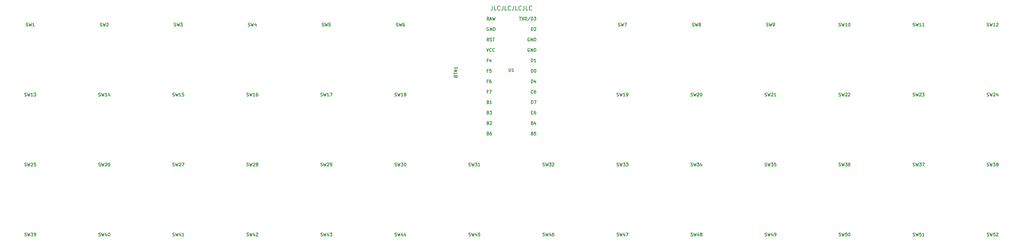
<source format=gto>
G04 #@! TF.GenerationSoftware,KiCad,Pcbnew,(5.1.4)-1*
G04 #@! TF.CreationDate,2021-09-19T22:16:22-04:00*
G04 #@! TF.ProjectId,horizon-choc,686f7269-7a6f-46e2-9d63-686f632e6b69,rev?*
G04 #@! TF.SameCoordinates,Original*
G04 #@! TF.FileFunction,Legend,Top*
G04 #@! TF.FilePolarity,Positive*
%FSLAX46Y46*%
G04 Gerber Fmt 4.6, Leading zero omitted, Abs format (unit mm)*
G04 Created by KiCad (PCBNEW (5.1.4)-1) date 2021-09-19 22:16:22*
%MOMM*%
%LPD*%
G04 APERTURE LIST*
%ADD10C,0.150000*%
%ADD11C,1.802000*%
%ADD12C,2.102000*%
%ADD13C,3.502000*%
%ADD14C,0.802000*%
%ADD15C,4.502000*%
%ADD16C,1.902000*%
G04 APERTURE END LIST*
D10*
X197380952Y-95952380D02*
X197380952Y-96666666D01*
X197333333Y-96809523D01*
X197238095Y-96904761D01*
X197095238Y-96952380D01*
X197000000Y-96952380D01*
X198333333Y-96952380D02*
X197857142Y-96952380D01*
X197857142Y-95952380D01*
X199238095Y-96857142D02*
X199190476Y-96904761D01*
X199047619Y-96952380D01*
X198952380Y-96952380D01*
X198809523Y-96904761D01*
X198714285Y-96809523D01*
X198666666Y-96714285D01*
X198619047Y-96523809D01*
X198619047Y-96380952D01*
X198666666Y-96190476D01*
X198714285Y-96095238D01*
X198809523Y-96000000D01*
X198952380Y-95952380D01*
X199047619Y-95952380D01*
X199190476Y-96000000D01*
X199238095Y-96047619D01*
X199952380Y-95952380D02*
X199952380Y-96666666D01*
X199904761Y-96809523D01*
X199809523Y-96904761D01*
X199666666Y-96952380D01*
X199571428Y-96952380D01*
X200904761Y-96952380D02*
X200428571Y-96952380D01*
X200428571Y-95952380D01*
X201809523Y-96857142D02*
X201761904Y-96904761D01*
X201619047Y-96952380D01*
X201523809Y-96952380D01*
X201380952Y-96904761D01*
X201285714Y-96809523D01*
X201238095Y-96714285D01*
X201190476Y-96523809D01*
X201190476Y-96380952D01*
X201238095Y-96190476D01*
X201285714Y-96095238D01*
X201380952Y-96000000D01*
X201523809Y-95952380D01*
X201619047Y-95952380D01*
X201761904Y-96000000D01*
X201809523Y-96047619D01*
X202523809Y-95952380D02*
X202523809Y-96666666D01*
X202476190Y-96809523D01*
X202380952Y-96904761D01*
X202238095Y-96952380D01*
X202142857Y-96952380D01*
X203476190Y-96952380D02*
X203000000Y-96952380D01*
X203000000Y-95952380D01*
X204380952Y-96857142D02*
X204333333Y-96904761D01*
X204190476Y-96952380D01*
X204095238Y-96952380D01*
X203952380Y-96904761D01*
X203857142Y-96809523D01*
X203809523Y-96714285D01*
X203761904Y-96523809D01*
X203761904Y-96380952D01*
X203809523Y-96190476D01*
X203857142Y-96095238D01*
X203952380Y-96000000D01*
X204095238Y-95952380D01*
X204190476Y-95952380D01*
X204333333Y-96000000D01*
X204380952Y-96047619D01*
X205095238Y-95952380D02*
X205095238Y-96666666D01*
X205047619Y-96809523D01*
X204952380Y-96904761D01*
X204809523Y-96952380D01*
X204714285Y-96952380D01*
X206047619Y-96952380D02*
X205571428Y-96952380D01*
X205571428Y-95952380D01*
X206952380Y-96857142D02*
X206904761Y-96904761D01*
X206761904Y-96952380D01*
X206666666Y-96952380D01*
X206523809Y-96904761D01*
X206428571Y-96809523D01*
X206380952Y-96714285D01*
X206333333Y-96523809D01*
X206333333Y-96380952D01*
X206380952Y-96190476D01*
X206428571Y-96095238D01*
X206523809Y-96000000D01*
X206666666Y-95952380D01*
X206761904Y-95952380D01*
X206904761Y-96000000D01*
X206952380Y-96047619D01*
X209642857Y-134803571D02*
X209750000Y-134839285D01*
X209928571Y-134839285D01*
X210000000Y-134803571D01*
X210035714Y-134767857D01*
X210071428Y-134696428D01*
X210071428Y-134625000D01*
X210035714Y-134553571D01*
X210000000Y-134517857D01*
X209928571Y-134482142D01*
X209785714Y-134446428D01*
X209714285Y-134410714D01*
X209678571Y-134375000D01*
X209642857Y-134303571D01*
X209642857Y-134232142D01*
X209678571Y-134160714D01*
X209714285Y-134125000D01*
X209785714Y-134089285D01*
X209964285Y-134089285D01*
X210071428Y-134125000D01*
X210321428Y-134089285D02*
X210500000Y-134839285D01*
X210642857Y-134303571D01*
X210785714Y-134839285D01*
X210964285Y-134089285D01*
X211178571Y-134089285D02*
X211642857Y-134089285D01*
X211392857Y-134375000D01*
X211500000Y-134375000D01*
X211571428Y-134410714D01*
X211607142Y-134446428D01*
X211642857Y-134517857D01*
X211642857Y-134696428D01*
X211607142Y-134767857D01*
X211571428Y-134803571D01*
X211500000Y-134839285D01*
X211285714Y-134839285D01*
X211214285Y-134803571D01*
X211178571Y-134767857D01*
X211928571Y-134160714D02*
X211964285Y-134125000D01*
X212035714Y-134089285D01*
X212214285Y-134089285D01*
X212285714Y-134125000D01*
X212321428Y-134160714D01*
X212357142Y-134232142D01*
X212357142Y-134303571D01*
X212321428Y-134410714D01*
X211892857Y-134839285D01*
X212357142Y-134839285D01*
X191642857Y-134803571D02*
X191750000Y-134839285D01*
X191928571Y-134839285D01*
X192000000Y-134803571D01*
X192035714Y-134767857D01*
X192071428Y-134696428D01*
X192071428Y-134625000D01*
X192035714Y-134553571D01*
X192000000Y-134517857D01*
X191928571Y-134482142D01*
X191785714Y-134446428D01*
X191714285Y-134410714D01*
X191678571Y-134375000D01*
X191642857Y-134303571D01*
X191642857Y-134232142D01*
X191678571Y-134160714D01*
X191714285Y-134125000D01*
X191785714Y-134089285D01*
X191964285Y-134089285D01*
X192071428Y-134125000D01*
X192321428Y-134089285D02*
X192500000Y-134839285D01*
X192642857Y-134303571D01*
X192785714Y-134839285D01*
X192964285Y-134089285D01*
X193178571Y-134089285D02*
X193642857Y-134089285D01*
X193392857Y-134375000D01*
X193500000Y-134375000D01*
X193571428Y-134410714D01*
X193607142Y-134446428D01*
X193642857Y-134517857D01*
X193642857Y-134696428D01*
X193607142Y-134767857D01*
X193571428Y-134803571D01*
X193500000Y-134839285D01*
X193285714Y-134839285D01*
X193214285Y-134803571D01*
X193178571Y-134767857D01*
X194357142Y-134839285D02*
X193928571Y-134839285D01*
X194142857Y-134839285D02*
X194142857Y-134089285D01*
X194071428Y-134196428D01*
X194000000Y-134267857D01*
X193928571Y-134303571D01*
X188446428Y-112982142D02*
X188482142Y-112875000D01*
X188517857Y-112839285D01*
X188589285Y-112803571D01*
X188696428Y-112803571D01*
X188767857Y-112839285D01*
X188803571Y-112875000D01*
X188839285Y-112946428D01*
X188839285Y-113232142D01*
X188089285Y-113232142D01*
X188089285Y-112982142D01*
X188125000Y-112910714D01*
X188160714Y-112875000D01*
X188232142Y-112839285D01*
X188303571Y-112839285D01*
X188375000Y-112875000D01*
X188410714Y-112910714D01*
X188446428Y-112982142D01*
X188446428Y-113232142D01*
X188089285Y-112589285D02*
X188089285Y-112160714D01*
X188839285Y-112375000D02*
X188089285Y-112375000D01*
X188839285Y-111910714D02*
X188089285Y-111910714D01*
X188839285Y-111482142D01*
X188089285Y-111482142D01*
X188839285Y-110732142D02*
X188839285Y-111160714D01*
X188839285Y-110946428D02*
X188089285Y-110946428D01*
X188196428Y-111017857D01*
X188267857Y-111089285D01*
X188303571Y-111160714D01*
X84000000Y-100803571D02*
X84107142Y-100839285D01*
X84285714Y-100839285D01*
X84357142Y-100803571D01*
X84392857Y-100767857D01*
X84428571Y-100696428D01*
X84428571Y-100625000D01*
X84392857Y-100553571D01*
X84357142Y-100517857D01*
X84285714Y-100482142D01*
X84142857Y-100446428D01*
X84071428Y-100410714D01*
X84035714Y-100375000D01*
X84000000Y-100303571D01*
X84000000Y-100232142D01*
X84035714Y-100160714D01*
X84071428Y-100125000D01*
X84142857Y-100089285D01*
X84321428Y-100089285D01*
X84428571Y-100125000D01*
X84678571Y-100089285D02*
X84857142Y-100839285D01*
X85000000Y-100303571D01*
X85142857Y-100839285D01*
X85321428Y-100089285D01*
X86000000Y-100839285D02*
X85571428Y-100839285D01*
X85785714Y-100839285D02*
X85785714Y-100089285D01*
X85714285Y-100196428D01*
X85642857Y-100267857D01*
X85571428Y-100303571D01*
X83642857Y-134803571D02*
X83750000Y-134839285D01*
X83928571Y-134839285D01*
X84000000Y-134803571D01*
X84035714Y-134767857D01*
X84071428Y-134696428D01*
X84071428Y-134625000D01*
X84035714Y-134553571D01*
X84000000Y-134517857D01*
X83928571Y-134482142D01*
X83785714Y-134446428D01*
X83714285Y-134410714D01*
X83678571Y-134375000D01*
X83642857Y-134303571D01*
X83642857Y-134232142D01*
X83678571Y-134160714D01*
X83714285Y-134125000D01*
X83785714Y-134089285D01*
X83964285Y-134089285D01*
X84071428Y-134125000D01*
X84321428Y-134089285D02*
X84500000Y-134839285D01*
X84642857Y-134303571D01*
X84785714Y-134839285D01*
X84964285Y-134089285D01*
X85214285Y-134160714D02*
X85250000Y-134125000D01*
X85321428Y-134089285D01*
X85500000Y-134089285D01*
X85571428Y-134125000D01*
X85607142Y-134160714D01*
X85642857Y-134232142D01*
X85642857Y-134303571D01*
X85607142Y-134410714D01*
X85178571Y-134839285D01*
X85642857Y-134839285D01*
X86321428Y-134089285D02*
X85964285Y-134089285D01*
X85928571Y-134446428D01*
X85964285Y-134410714D01*
X86035714Y-134375000D01*
X86214285Y-134375000D01*
X86285714Y-134410714D01*
X86321428Y-134446428D01*
X86357142Y-134517857D01*
X86357142Y-134696428D01*
X86321428Y-134767857D01*
X86285714Y-134803571D01*
X86214285Y-134839285D01*
X86035714Y-134839285D01*
X85964285Y-134803571D01*
X85928571Y-134767857D01*
X83642857Y-151803571D02*
X83750000Y-151839285D01*
X83928571Y-151839285D01*
X84000000Y-151803571D01*
X84035714Y-151767857D01*
X84071428Y-151696428D01*
X84071428Y-151625000D01*
X84035714Y-151553571D01*
X84000000Y-151517857D01*
X83928571Y-151482142D01*
X83785714Y-151446428D01*
X83714285Y-151410714D01*
X83678571Y-151375000D01*
X83642857Y-151303571D01*
X83642857Y-151232142D01*
X83678571Y-151160714D01*
X83714285Y-151125000D01*
X83785714Y-151089285D01*
X83964285Y-151089285D01*
X84071428Y-151125000D01*
X84321428Y-151089285D02*
X84500000Y-151839285D01*
X84642857Y-151303571D01*
X84785714Y-151839285D01*
X84964285Y-151089285D01*
X85178571Y-151089285D02*
X85642857Y-151089285D01*
X85392857Y-151375000D01*
X85500000Y-151375000D01*
X85571428Y-151410714D01*
X85607142Y-151446428D01*
X85642857Y-151517857D01*
X85642857Y-151696428D01*
X85607142Y-151767857D01*
X85571428Y-151803571D01*
X85500000Y-151839285D01*
X85285714Y-151839285D01*
X85214285Y-151803571D01*
X85178571Y-151767857D01*
X86000000Y-151839285D02*
X86142857Y-151839285D01*
X86214285Y-151803571D01*
X86250000Y-151767857D01*
X86321428Y-151660714D01*
X86357142Y-151517857D01*
X86357142Y-151232142D01*
X86321428Y-151160714D01*
X86285714Y-151125000D01*
X86214285Y-151089285D01*
X86071428Y-151089285D01*
X86000000Y-151125000D01*
X85964285Y-151160714D01*
X85928571Y-151232142D01*
X85928571Y-151410714D01*
X85964285Y-151482142D01*
X86000000Y-151517857D01*
X86071428Y-151553571D01*
X86214285Y-151553571D01*
X86285714Y-151517857D01*
X86321428Y-151482142D01*
X86357142Y-151410714D01*
X83642857Y-117803571D02*
X83750000Y-117839285D01*
X83928571Y-117839285D01*
X84000000Y-117803571D01*
X84035714Y-117767857D01*
X84071428Y-117696428D01*
X84071428Y-117625000D01*
X84035714Y-117553571D01*
X84000000Y-117517857D01*
X83928571Y-117482142D01*
X83785714Y-117446428D01*
X83714285Y-117410714D01*
X83678571Y-117375000D01*
X83642857Y-117303571D01*
X83642857Y-117232142D01*
X83678571Y-117160714D01*
X83714285Y-117125000D01*
X83785714Y-117089285D01*
X83964285Y-117089285D01*
X84071428Y-117125000D01*
X84321428Y-117089285D02*
X84500000Y-117839285D01*
X84642857Y-117303571D01*
X84785714Y-117839285D01*
X84964285Y-117089285D01*
X85642857Y-117839285D02*
X85214285Y-117839285D01*
X85428571Y-117839285D02*
X85428571Y-117089285D01*
X85357142Y-117196428D01*
X85285714Y-117267857D01*
X85214285Y-117303571D01*
X85892857Y-117089285D02*
X86357142Y-117089285D01*
X86107142Y-117375000D01*
X86214285Y-117375000D01*
X86285714Y-117410714D01*
X86321428Y-117446428D01*
X86357142Y-117517857D01*
X86357142Y-117696428D01*
X86321428Y-117767857D01*
X86285714Y-117803571D01*
X86214285Y-117839285D01*
X86000000Y-117839285D01*
X85928571Y-117803571D01*
X85892857Y-117767857D01*
X102000000Y-100803571D02*
X102107142Y-100839285D01*
X102285714Y-100839285D01*
X102357142Y-100803571D01*
X102392857Y-100767857D01*
X102428571Y-100696428D01*
X102428571Y-100625000D01*
X102392857Y-100553571D01*
X102357142Y-100517857D01*
X102285714Y-100482142D01*
X102142857Y-100446428D01*
X102071428Y-100410714D01*
X102035714Y-100375000D01*
X102000000Y-100303571D01*
X102000000Y-100232142D01*
X102035714Y-100160714D01*
X102071428Y-100125000D01*
X102142857Y-100089285D01*
X102321428Y-100089285D01*
X102428571Y-100125000D01*
X102678571Y-100089285D02*
X102857142Y-100839285D01*
X103000000Y-100303571D01*
X103142857Y-100839285D01*
X103321428Y-100089285D01*
X103571428Y-100160714D02*
X103607142Y-100125000D01*
X103678571Y-100089285D01*
X103857142Y-100089285D01*
X103928571Y-100125000D01*
X103964285Y-100160714D01*
X104000000Y-100232142D01*
X104000000Y-100303571D01*
X103964285Y-100410714D01*
X103535714Y-100839285D01*
X104000000Y-100839285D01*
X120000000Y-100803571D02*
X120107142Y-100839285D01*
X120285714Y-100839285D01*
X120357142Y-100803571D01*
X120392857Y-100767857D01*
X120428571Y-100696428D01*
X120428571Y-100625000D01*
X120392857Y-100553571D01*
X120357142Y-100517857D01*
X120285714Y-100482142D01*
X120142857Y-100446428D01*
X120071428Y-100410714D01*
X120035714Y-100375000D01*
X120000000Y-100303571D01*
X120000000Y-100232142D01*
X120035714Y-100160714D01*
X120071428Y-100125000D01*
X120142857Y-100089285D01*
X120321428Y-100089285D01*
X120428571Y-100125000D01*
X120678571Y-100089285D02*
X120857142Y-100839285D01*
X121000000Y-100303571D01*
X121142857Y-100839285D01*
X121321428Y-100089285D01*
X121535714Y-100089285D02*
X122000000Y-100089285D01*
X121750000Y-100375000D01*
X121857142Y-100375000D01*
X121928571Y-100410714D01*
X121964285Y-100446428D01*
X122000000Y-100517857D01*
X122000000Y-100696428D01*
X121964285Y-100767857D01*
X121928571Y-100803571D01*
X121857142Y-100839285D01*
X121642857Y-100839285D01*
X121571428Y-100803571D01*
X121535714Y-100767857D01*
X138000000Y-100803571D02*
X138107142Y-100839285D01*
X138285714Y-100839285D01*
X138357142Y-100803571D01*
X138392857Y-100767857D01*
X138428571Y-100696428D01*
X138428571Y-100625000D01*
X138392857Y-100553571D01*
X138357142Y-100517857D01*
X138285714Y-100482142D01*
X138142857Y-100446428D01*
X138071428Y-100410714D01*
X138035714Y-100375000D01*
X138000000Y-100303571D01*
X138000000Y-100232142D01*
X138035714Y-100160714D01*
X138071428Y-100125000D01*
X138142857Y-100089285D01*
X138321428Y-100089285D01*
X138428571Y-100125000D01*
X138678571Y-100089285D02*
X138857142Y-100839285D01*
X139000000Y-100303571D01*
X139142857Y-100839285D01*
X139321428Y-100089285D01*
X139928571Y-100339285D02*
X139928571Y-100839285D01*
X139750000Y-100053571D02*
X139571428Y-100589285D01*
X140035714Y-100589285D01*
X156000000Y-100803571D02*
X156107142Y-100839285D01*
X156285714Y-100839285D01*
X156357142Y-100803571D01*
X156392857Y-100767857D01*
X156428571Y-100696428D01*
X156428571Y-100625000D01*
X156392857Y-100553571D01*
X156357142Y-100517857D01*
X156285714Y-100482142D01*
X156142857Y-100446428D01*
X156071428Y-100410714D01*
X156035714Y-100375000D01*
X156000000Y-100303571D01*
X156000000Y-100232142D01*
X156035714Y-100160714D01*
X156071428Y-100125000D01*
X156142857Y-100089285D01*
X156321428Y-100089285D01*
X156428571Y-100125000D01*
X156678571Y-100089285D02*
X156857142Y-100839285D01*
X157000000Y-100303571D01*
X157142857Y-100839285D01*
X157321428Y-100089285D01*
X157964285Y-100089285D02*
X157607142Y-100089285D01*
X157571428Y-100446428D01*
X157607142Y-100410714D01*
X157678571Y-100375000D01*
X157857142Y-100375000D01*
X157928571Y-100410714D01*
X157964285Y-100446428D01*
X158000000Y-100517857D01*
X158000000Y-100696428D01*
X157964285Y-100767857D01*
X157928571Y-100803571D01*
X157857142Y-100839285D01*
X157678571Y-100839285D01*
X157607142Y-100803571D01*
X157571428Y-100767857D01*
X228000000Y-100803571D02*
X228107142Y-100839285D01*
X228285714Y-100839285D01*
X228357142Y-100803571D01*
X228392857Y-100767857D01*
X228428571Y-100696428D01*
X228428571Y-100625000D01*
X228392857Y-100553571D01*
X228357142Y-100517857D01*
X228285714Y-100482142D01*
X228142857Y-100446428D01*
X228071428Y-100410714D01*
X228035714Y-100375000D01*
X228000000Y-100303571D01*
X228000000Y-100232142D01*
X228035714Y-100160714D01*
X228071428Y-100125000D01*
X228142857Y-100089285D01*
X228321428Y-100089285D01*
X228428571Y-100125000D01*
X228678571Y-100089285D02*
X228857142Y-100839285D01*
X229000000Y-100303571D01*
X229142857Y-100839285D01*
X229321428Y-100089285D01*
X229535714Y-100089285D02*
X230035714Y-100089285D01*
X229714285Y-100839285D01*
X246000000Y-100803571D02*
X246107142Y-100839285D01*
X246285714Y-100839285D01*
X246357142Y-100803571D01*
X246392857Y-100767857D01*
X246428571Y-100696428D01*
X246428571Y-100625000D01*
X246392857Y-100553571D01*
X246357142Y-100517857D01*
X246285714Y-100482142D01*
X246142857Y-100446428D01*
X246071428Y-100410714D01*
X246035714Y-100375000D01*
X246000000Y-100303571D01*
X246000000Y-100232142D01*
X246035714Y-100160714D01*
X246071428Y-100125000D01*
X246142857Y-100089285D01*
X246321428Y-100089285D01*
X246428571Y-100125000D01*
X246678571Y-100089285D02*
X246857142Y-100839285D01*
X247000000Y-100303571D01*
X247142857Y-100839285D01*
X247321428Y-100089285D01*
X247714285Y-100410714D02*
X247642857Y-100375000D01*
X247607142Y-100339285D01*
X247571428Y-100267857D01*
X247571428Y-100232142D01*
X247607142Y-100160714D01*
X247642857Y-100125000D01*
X247714285Y-100089285D01*
X247857142Y-100089285D01*
X247928571Y-100125000D01*
X247964285Y-100160714D01*
X248000000Y-100232142D01*
X248000000Y-100267857D01*
X247964285Y-100339285D01*
X247928571Y-100375000D01*
X247857142Y-100410714D01*
X247714285Y-100410714D01*
X247642857Y-100446428D01*
X247607142Y-100482142D01*
X247571428Y-100553571D01*
X247571428Y-100696428D01*
X247607142Y-100767857D01*
X247642857Y-100803571D01*
X247714285Y-100839285D01*
X247857142Y-100839285D01*
X247928571Y-100803571D01*
X247964285Y-100767857D01*
X248000000Y-100696428D01*
X248000000Y-100553571D01*
X247964285Y-100482142D01*
X247928571Y-100446428D01*
X247857142Y-100410714D01*
X264000000Y-100803571D02*
X264107142Y-100839285D01*
X264285714Y-100839285D01*
X264357142Y-100803571D01*
X264392857Y-100767857D01*
X264428571Y-100696428D01*
X264428571Y-100625000D01*
X264392857Y-100553571D01*
X264357142Y-100517857D01*
X264285714Y-100482142D01*
X264142857Y-100446428D01*
X264071428Y-100410714D01*
X264035714Y-100375000D01*
X264000000Y-100303571D01*
X264000000Y-100232142D01*
X264035714Y-100160714D01*
X264071428Y-100125000D01*
X264142857Y-100089285D01*
X264321428Y-100089285D01*
X264428571Y-100125000D01*
X264678571Y-100089285D02*
X264857142Y-100839285D01*
X265000000Y-100303571D01*
X265142857Y-100839285D01*
X265321428Y-100089285D01*
X265642857Y-100839285D02*
X265785714Y-100839285D01*
X265857142Y-100803571D01*
X265892857Y-100767857D01*
X265964285Y-100660714D01*
X266000000Y-100517857D01*
X266000000Y-100232142D01*
X265964285Y-100160714D01*
X265928571Y-100125000D01*
X265857142Y-100089285D01*
X265714285Y-100089285D01*
X265642857Y-100125000D01*
X265607142Y-100160714D01*
X265571428Y-100232142D01*
X265571428Y-100410714D01*
X265607142Y-100482142D01*
X265642857Y-100517857D01*
X265714285Y-100553571D01*
X265857142Y-100553571D01*
X265928571Y-100517857D01*
X265964285Y-100482142D01*
X266000000Y-100410714D01*
X281642857Y-100803571D02*
X281750000Y-100839285D01*
X281928571Y-100839285D01*
X282000000Y-100803571D01*
X282035714Y-100767857D01*
X282071428Y-100696428D01*
X282071428Y-100625000D01*
X282035714Y-100553571D01*
X282000000Y-100517857D01*
X281928571Y-100482142D01*
X281785714Y-100446428D01*
X281714285Y-100410714D01*
X281678571Y-100375000D01*
X281642857Y-100303571D01*
X281642857Y-100232142D01*
X281678571Y-100160714D01*
X281714285Y-100125000D01*
X281785714Y-100089285D01*
X281964285Y-100089285D01*
X282071428Y-100125000D01*
X282321428Y-100089285D02*
X282500000Y-100839285D01*
X282642857Y-100303571D01*
X282785714Y-100839285D01*
X282964285Y-100089285D01*
X283642857Y-100839285D02*
X283214285Y-100839285D01*
X283428571Y-100839285D02*
X283428571Y-100089285D01*
X283357142Y-100196428D01*
X283285714Y-100267857D01*
X283214285Y-100303571D01*
X284107142Y-100089285D02*
X284178571Y-100089285D01*
X284250000Y-100125000D01*
X284285714Y-100160714D01*
X284321428Y-100232142D01*
X284357142Y-100375000D01*
X284357142Y-100553571D01*
X284321428Y-100696428D01*
X284285714Y-100767857D01*
X284250000Y-100803571D01*
X284178571Y-100839285D01*
X284107142Y-100839285D01*
X284035714Y-100803571D01*
X284000000Y-100767857D01*
X283964285Y-100696428D01*
X283928571Y-100553571D01*
X283928571Y-100375000D01*
X283964285Y-100232142D01*
X284000000Y-100160714D01*
X284035714Y-100125000D01*
X284107142Y-100089285D01*
X299642857Y-100803571D02*
X299750000Y-100839285D01*
X299928571Y-100839285D01*
X300000000Y-100803571D01*
X300035714Y-100767857D01*
X300071428Y-100696428D01*
X300071428Y-100625000D01*
X300035714Y-100553571D01*
X300000000Y-100517857D01*
X299928571Y-100482142D01*
X299785714Y-100446428D01*
X299714285Y-100410714D01*
X299678571Y-100375000D01*
X299642857Y-100303571D01*
X299642857Y-100232142D01*
X299678571Y-100160714D01*
X299714285Y-100125000D01*
X299785714Y-100089285D01*
X299964285Y-100089285D01*
X300071428Y-100125000D01*
X300321428Y-100089285D02*
X300500000Y-100839285D01*
X300642857Y-100303571D01*
X300785714Y-100839285D01*
X300964285Y-100089285D01*
X301642857Y-100839285D02*
X301214285Y-100839285D01*
X301428571Y-100839285D02*
X301428571Y-100089285D01*
X301357142Y-100196428D01*
X301285714Y-100267857D01*
X301214285Y-100303571D01*
X302357142Y-100839285D02*
X301928571Y-100839285D01*
X302142857Y-100839285D02*
X302142857Y-100089285D01*
X302071428Y-100196428D01*
X302000000Y-100267857D01*
X301928571Y-100303571D01*
X317642857Y-100803571D02*
X317750000Y-100839285D01*
X317928571Y-100839285D01*
X318000000Y-100803571D01*
X318035714Y-100767857D01*
X318071428Y-100696428D01*
X318071428Y-100625000D01*
X318035714Y-100553571D01*
X318000000Y-100517857D01*
X317928571Y-100482142D01*
X317785714Y-100446428D01*
X317714285Y-100410714D01*
X317678571Y-100375000D01*
X317642857Y-100303571D01*
X317642857Y-100232142D01*
X317678571Y-100160714D01*
X317714285Y-100125000D01*
X317785714Y-100089285D01*
X317964285Y-100089285D01*
X318071428Y-100125000D01*
X318321428Y-100089285D02*
X318500000Y-100839285D01*
X318642857Y-100303571D01*
X318785714Y-100839285D01*
X318964285Y-100089285D01*
X319642857Y-100839285D02*
X319214285Y-100839285D01*
X319428571Y-100839285D02*
X319428571Y-100089285D01*
X319357142Y-100196428D01*
X319285714Y-100267857D01*
X319214285Y-100303571D01*
X319928571Y-100160714D02*
X319964285Y-100125000D01*
X320035714Y-100089285D01*
X320214285Y-100089285D01*
X320285714Y-100125000D01*
X320321428Y-100160714D01*
X320357142Y-100232142D01*
X320357142Y-100303571D01*
X320321428Y-100410714D01*
X319892857Y-100839285D01*
X320357142Y-100839285D01*
X101642857Y-117803571D02*
X101750000Y-117839285D01*
X101928571Y-117839285D01*
X102000000Y-117803571D01*
X102035714Y-117767857D01*
X102071428Y-117696428D01*
X102071428Y-117625000D01*
X102035714Y-117553571D01*
X102000000Y-117517857D01*
X101928571Y-117482142D01*
X101785714Y-117446428D01*
X101714285Y-117410714D01*
X101678571Y-117375000D01*
X101642857Y-117303571D01*
X101642857Y-117232142D01*
X101678571Y-117160714D01*
X101714285Y-117125000D01*
X101785714Y-117089285D01*
X101964285Y-117089285D01*
X102071428Y-117125000D01*
X102321428Y-117089285D02*
X102500000Y-117839285D01*
X102642857Y-117303571D01*
X102785714Y-117839285D01*
X102964285Y-117089285D01*
X103642857Y-117839285D02*
X103214285Y-117839285D01*
X103428571Y-117839285D02*
X103428571Y-117089285D01*
X103357142Y-117196428D01*
X103285714Y-117267857D01*
X103214285Y-117303571D01*
X104285714Y-117339285D02*
X104285714Y-117839285D01*
X104107142Y-117053571D02*
X103928571Y-117589285D01*
X104392857Y-117589285D01*
X119642857Y-117803571D02*
X119750000Y-117839285D01*
X119928571Y-117839285D01*
X120000000Y-117803571D01*
X120035714Y-117767857D01*
X120071428Y-117696428D01*
X120071428Y-117625000D01*
X120035714Y-117553571D01*
X120000000Y-117517857D01*
X119928571Y-117482142D01*
X119785714Y-117446428D01*
X119714285Y-117410714D01*
X119678571Y-117375000D01*
X119642857Y-117303571D01*
X119642857Y-117232142D01*
X119678571Y-117160714D01*
X119714285Y-117125000D01*
X119785714Y-117089285D01*
X119964285Y-117089285D01*
X120071428Y-117125000D01*
X120321428Y-117089285D02*
X120500000Y-117839285D01*
X120642857Y-117303571D01*
X120785714Y-117839285D01*
X120964285Y-117089285D01*
X121642857Y-117839285D02*
X121214285Y-117839285D01*
X121428571Y-117839285D02*
X121428571Y-117089285D01*
X121357142Y-117196428D01*
X121285714Y-117267857D01*
X121214285Y-117303571D01*
X122321428Y-117089285D02*
X121964285Y-117089285D01*
X121928571Y-117446428D01*
X121964285Y-117410714D01*
X122035714Y-117375000D01*
X122214285Y-117375000D01*
X122285714Y-117410714D01*
X122321428Y-117446428D01*
X122357142Y-117517857D01*
X122357142Y-117696428D01*
X122321428Y-117767857D01*
X122285714Y-117803571D01*
X122214285Y-117839285D01*
X122035714Y-117839285D01*
X121964285Y-117803571D01*
X121928571Y-117767857D01*
X137642857Y-117803571D02*
X137750000Y-117839285D01*
X137928571Y-117839285D01*
X138000000Y-117803571D01*
X138035714Y-117767857D01*
X138071428Y-117696428D01*
X138071428Y-117625000D01*
X138035714Y-117553571D01*
X138000000Y-117517857D01*
X137928571Y-117482142D01*
X137785714Y-117446428D01*
X137714285Y-117410714D01*
X137678571Y-117375000D01*
X137642857Y-117303571D01*
X137642857Y-117232142D01*
X137678571Y-117160714D01*
X137714285Y-117125000D01*
X137785714Y-117089285D01*
X137964285Y-117089285D01*
X138071428Y-117125000D01*
X138321428Y-117089285D02*
X138500000Y-117839285D01*
X138642857Y-117303571D01*
X138785714Y-117839285D01*
X138964285Y-117089285D01*
X139642857Y-117839285D02*
X139214285Y-117839285D01*
X139428571Y-117839285D02*
X139428571Y-117089285D01*
X139357142Y-117196428D01*
X139285714Y-117267857D01*
X139214285Y-117303571D01*
X140285714Y-117089285D02*
X140142857Y-117089285D01*
X140071428Y-117125000D01*
X140035714Y-117160714D01*
X139964285Y-117267857D01*
X139928571Y-117410714D01*
X139928571Y-117696428D01*
X139964285Y-117767857D01*
X140000000Y-117803571D01*
X140071428Y-117839285D01*
X140214285Y-117839285D01*
X140285714Y-117803571D01*
X140321428Y-117767857D01*
X140357142Y-117696428D01*
X140357142Y-117517857D01*
X140321428Y-117446428D01*
X140285714Y-117410714D01*
X140214285Y-117375000D01*
X140071428Y-117375000D01*
X140000000Y-117410714D01*
X139964285Y-117446428D01*
X139928571Y-117517857D01*
X155642857Y-117803571D02*
X155750000Y-117839285D01*
X155928571Y-117839285D01*
X156000000Y-117803571D01*
X156035714Y-117767857D01*
X156071428Y-117696428D01*
X156071428Y-117625000D01*
X156035714Y-117553571D01*
X156000000Y-117517857D01*
X155928571Y-117482142D01*
X155785714Y-117446428D01*
X155714285Y-117410714D01*
X155678571Y-117375000D01*
X155642857Y-117303571D01*
X155642857Y-117232142D01*
X155678571Y-117160714D01*
X155714285Y-117125000D01*
X155785714Y-117089285D01*
X155964285Y-117089285D01*
X156071428Y-117125000D01*
X156321428Y-117089285D02*
X156500000Y-117839285D01*
X156642857Y-117303571D01*
X156785714Y-117839285D01*
X156964285Y-117089285D01*
X157642857Y-117839285D02*
X157214285Y-117839285D01*
X157428571Y-117839285D02*
X157428571Y-117089285D01*
X157357142Y-117196428D01*
X157285714Y-117267857D01*
X157214285Y-117303571D01*
X157892857Y-117089285D02*
X158392857Y-117089285D01*
X158071428Y-117839285D01*
X173642857Y-117803571D02*
X173750000Y-117839285D01*
X173928571Y-117839285D01*
X174000000Y-117803571D01*
X174035714Y-117767857D01*
X174071428Y-117696428D01*
X174071428Y-117625000D01*
X174035714Y-117553571D01*
X174000000Y-117517857D01*
X173928571Y-117482142D01*
X173785714Y-117446428D01*
X173714285Y-117410714D01*
X173678571Y-117375000D01*
X173642857Y-117303571D01*
X173642857Y-117232142D01*
X173678571Y-117160714D01*
X173714285Y-117125000D01*
X173785714Y-117089285D01*
X173964285Y-117089285D01*
X174071428Y-117125000D01*
X174321428Y-117089285D02*
X174500000Y-117839285D01*
X174642857Y-117303571D01*
X174785714Y-117839285D01*
X174964285Y-117089285D01*
X175642857Y-117839285D02*
X175214285Y-117839285D01*
X175428571Y-117839285D02*
X175428571Y-117089285D01*
X175357142Y-117196428D01*
X175285714Y-117267857D01*
X175214285Y-117303571D01*
X176071428Y-117410714D02*
X176000000Y-117375000D01*
X175964285Y-117339285D01*
X175928571Y-117267857D01*
X175928571Y-117232142D01*
X175964285Y-117160714D01*
X176000000Y-117125000D01*
X176071428Y-117089285D01*
X176214285Y-117089285D01*
X176285714Y-117125000D01*
X176321428Y-117160714D01*
X176357142Y-117232142D01*
X176357142Y-117267857D01*
X176321428Y-117339285D01*
X176285714Y-117375000D01*
X176214285Y-117410714D01*
X176071428Y-117410714D01*
X176000000Y-117446428D01*
X175964285Y-117482142D01*
X175928571Y-117553571D01*
X175928571Y-117696428D01*
X175964285Y-117767857D01*
X176000000Y-117803571D01*
X176071428Y-117839285D01*
X176214285Y-117839285D01*
X176285714Y-117803571D01*
X176321428Y-117767857D01*
X176357142Y-117696428D01*
X176357142Y-117553571D01*
X176321428Y-117482142D01*
X176285714Y-117446428D01*
X176214285Y-117410714D01*
X227642857Y-117803571D02*
X227750000Y-117839285D01*
X227928571Y-117839285D01*
X228000000Y-117803571D01*
X228035714Y-117767857D01*
X228071428Y-117696428D01*
X228071428Y-117625000D01*
X228035714Y-117553571D01*
X228000000Y-117517857D01*
X227928571Y-117482142D01*
X227785714Y-117446428D01*
X227714285Y-117410714D01*
X227678571Y-117375000D01*
X227642857Y-117303571D01*
X227642857Y-117232142D01*
X227678571Y-117160714D01*
X227714285Y-117125000D01*
X227785714Y-117089285D01*
X227964285Y-117089285D01*
X228071428Y-117125000D01*
X228321428Y-117089285D02*
X228500000Y-117839285D01*
X228642857Y-117303571D01*
X228785714Y-117839285D01*
X228964285Y-117089285D01*
X229642857Y-117839285D02*
X229214285Y-117839285D01*
X229428571Y-117839285D02*
X229428571Y-117089285D01*
X229357142Y-117196428D01*
X229285714Y-117267857D01*
X229214285Y-117303571D01*
X230000000Y-117839285D02*
X230142857Y-117839285D01*
X230214285Y-117803571D01*
X230250000Y-117767857D01*
X230321428Y-117660714D01*
X230357142Y-117517857D01*
X230357142Y-117232142D01*
X230321428Y-117160714D01*
X230285714Y-117125000D01*
X230214285Y-117089285D01*
X230071428Y-117089285D01*
X230000000Y-117125000D01*
X229964285Y-117160714D01*
X229928571Y-117232142D01*
X229928571Y-117410714D01*
X229964285Y-117482142D01*
X230000000Y-117517857D01*
X230071428Y-117553571D01*
X230214285Y-117553571D01*
X230285714Y-117517857D01*
X230321428Y-117482142D01*
X230357142Y-117410714D01*
X245642857Y-117803571D02*
X245750000Y-117839285D01*
X245928571Y-117839285D01*
X246000000Y-117803571D01*
X246035714Y-117767857D01*
X246071428Y-117696428D01*
X246071428Y-117625000D01*
X246035714Y-117553571D01*
X246000000Y-117517857D01*
X245928571Y-117482142D01*
X245785714Y-117446428D01*
X245714285Y-117410714D01*
X245678571Y-117375000D01*
X245642857Y-117303571D01*
X245642857Y-117232142D01*
X245678571Y-117160714D01*
X245714285Y-117125000D01*
X245785714Y-117089285D01*
X245964285Y-117089285D01*
X246071428Y-117125000D01*
X246321428Y-117089285D02*
X246500000Y-117839285D01*
X246642857Y-117303571D01*
X246785714Y-117839285D01*
X246964285Y-117089285D01*
X247214285Y-117160714D02*
X247250000Y-117125000D01*
X247321428Y-117089285D01*
X247500000Y-117089285D01*
X247571428Y-117125000D01*
X247607142Y-117160714D01*
X247642857Y-117232142D01*
X247642857Y-117303571D01*
X247607142Y-117410714D01*
X247178571Y-117839285D01*
X247642857Y-117839285D01*
X248107142Y-117089285D02*
X248178571Y-117089285D01*
X248250000Y-117125000D01*
X248285714Y-117160714D01*
X248321428Y-117232142D01*
X248357142Y-117375000D01*
X248357142Y-117553571D01*
X248321428Y-117696428D01*
X248285714Y-117767857D01*
X248250000Y-117803571D01*
X248178571Y-117839285D01*
X248107142Y-117839285D01*
X248035714Y-117803571D01*
X248000000Y-117767857D01*
X247964285Y-117696428D01*
X247928571Y-117553571D01*
X247928571Y-117375000D01*
X247964285Y-117232142D01*
X248000000Y-117160714D01*
X248035714Y-117125000D01*
X248107142Y-117089285D01*
X263642857Y-117803571D02*
X263750000Y-117839285D01*
X263928571Y-117839285D01*
X264000000Y-117803571D01*
X264035714Y-117767857D01*
X264071428Y-117696428D01*
X264071428Y-117625000D01*
X264035714Y-117553571D01*
X264000000Y-117517857D01*
X263928571Y-117482142D01*
X263785714Y-117446428D01*
X263714285Y-117410714D01*
X263678571Y-117375000D01*
X263642857Y-117303571D01*
X263642857Y-117232142D01*
X263678571Y-117160714D01*
X263714285Y-117125000D01*
X263785714Y-117089285D01*
X263964285Y-117089285D01*
X264071428Y-117125000D01*
X264321428Y-117089285D02*
X264500000Y-117839285D01*
X264642857Y-117303571D01*
X264785714Y-117839285D01*
X264964285Y-117089285D01*
X265214285Y-117160714D02*
X265250000Y-117125000D01*
X265321428Y-117089285D01*
X265500000Y-117089285D01*
X265571428Y-117125000D01*
X265607142Y-117160714D01*
X265642857Y-117232142D01*
X265642857Y-117303571D01*
X265607142Y-117410714D01*
X265178571Y-117839285D01*
X265642857Y-117839285D01*
X266357142Y-117839285D02*
X265928571Y-117839285D01*
X266142857Y-117839285D02*
X266142857Y-117089285D01*
X266071428Y-117196428D01*
X266000000Y-117267857D01*
X265928571Y-117303571D01*
X281642857Y-117803571D02*
X281750000Y-117839285D01*
X281928571Y-117839285D01*
X282000000Y-117803571D01*
X282035714Y-117767857D01*
X282071428Y-117696428D01*
X282071428Y-117625000D01*
X282035714Y-117553571D01*
X282000000Y-117517857D01*
X281928571Y-117482142D01*
X281785714Y-117446428D01*
X281714285Y-117410714D01*
X281678571Y-117375000D01*
X281642857Y-117303571D01*
X281642857Y-117232142D01*
X281678571Y-117160714D01*
X281714285Y-117125000D01*
X281785714Y-117089285D01*
X281964285Y-117089285D01*
X282071428Y-117125000D01*
X282321428Y-117089285D02*
X282500000Y-117839285D01*
X282642857Y-117303571D01*
X282785714Y-117839285D01*
X282964285Y-117089285D01*
X283214285Y-117160714D02*
X283250000Y-117125000D01*
X283321428Y-117089285D01*
X283500000Y-117089285D01*
X283571428Y-117125000D01*
X283607142Y-117160714D01*
X283642857Y-117232142D01*
X283642857Y-117303571D01*
X283607142Y-117410714D01*
X283178571Y-117839285D01*
X283642857Y-117839285D01*
X283928571Y-117160714D02*
X283964285Y-117125000D01*
X284035714Y-117089285D01*
X284214285Y-117089285D01*
X284285714Y-117125000D01*
X284321428Y-117160714D01*
X284357142Y-117232142D01*
X284357142Y-117303571D01*
X284321428Y-117410714D01*
X283892857Y-117839285D01*
X284357142Y-117839285D01*
X299642857Y-117803571D02*
X299750000Y-117839285D01*
X299928571Y-117839285D01*
X300000000Y-117803571D01*
X300035714Y-117767857D01*
X300071428Y-117696428D01*
X300071428Y-117625000D01*
X300035714Y-117553571D01*
X300000000Y-117517857D01*
X299928571Y-117482142D01*
X299785714Y-117446428D01*
X299714285Y-117410714D01*
X299678571Y-117375000D01*
X299642857Y-117303571D01*
X299642857Y-117232142D01*
X299678571Y-117160714D01*
X299714285Y-117125000D01*
X299785714Y-117089285D01*
X299964285Y-117089285D01*
X300071428Y-117125000D01*
X300321428Y-117089285D02*
X300500000Y-117839285D01*
X300642857Y-117303571D01*
X300785714Y-117839285D01*
X300964285Y-117089285D01*
X301214285Y-117160714D02*
X301250000Y-117125000D01*
X301321428Y-117089285D01*
X301500000Y-117089285D01*
X301571428Y-117125000D01*
X301607142Y-117160714D01*
X301642857Y-117232142D01*
X301642857Y-117303571D01*
X301607142Y-117410714D01*
X301178571Y-117839285D01*
X301642857Y-117839285D01*
X301892857Y-117089285D02*
X302357142Y-117089285D01*
X302107142Y-117375000D01*
X302214285Y-117375000D01*
X302285714Y-117410714D01*
X302321428Y-117446428D01*
X302357142Y-117517857D01*
X302357142Y-117696428D01*
X302321428Y-117767857D01*
X302285714Y-117803571D01*
X302214285Y-117839285D01*
X302000000Y-117839285D01*
X301928571Y-117803571D01*
X301892857Y-117767857D01*
X317642857Y-117803571D02*
X317750000Y-117839285D01*
X317928571Y-117839285D01*
X318000000Y-117803571D01*
X318035714Y-117767857D01*
X318071428Y-117696428D01*
X318071428Y-117625000D01*
X318035714Y-117553571D01*
X318000000Y-117517857D01*
X317928571Y-117482142D01*
X317785714Y-117446428D01*
X317714285Y-117410714D01*
X317678571Y-117375000D01*
X317642857Y-117303571D01*
X317642857Y-117232142D01*
X317678571Y-117160714D01*
X317714285Y-117125000D01*
X317785714Y-117089285D01*
X317964285Y-117089285D01*
X318071428Y-117125000D01*
X318321428Y-117089285D02*
X318500000Y-117839285D01*
X318642857Y-117303571D01*
X318785714Y-117839285D01*
X318964285Y-117089285D01*
X319214285Y-117160714D02*
X319250000Y-117125000D01*
X319321428Y-117089285D01*
X319500000Y-117089285D01*
X319571428Y-117125000D01*
X319607142Y-117160714D01*
X319642857Y-117232142D01*
X319642857Y-117303571D01*
X319607142Y-117410714D01*
X319178571Y-117839285D01*
X319642857Y-117839285D01*
X320285714Y-117339285D02*
X320285714Y-117839285D01*
X320107142Y-117053571D02*
X319928571Y-117589285D01*
X320392857Y-117589285D01*
X101642857Y-134803571D02*
X101750000Y-134839285D01*
X101928571Y-134839285D01*
X102000000Y-134803571D01*
X102035714Y-134767857D01*
X102071428Y-134696428D01*
X102071428Y-134625000D01*
X102035714Y-134553571D01*
X102000000Y-134517857D01*
X101928571Y-134482142D01*
X101785714Y-134446428D01*
X101714285Y-134410714D01*
X101678571Y-134375000D01*
X101642857Y-134303571D01*
X101642857Y-134232142D01*
X101678571Y-134160714D01*
X101714285Y-134125000D01*
X101785714Y-134089285D01*
X101964285Y-134089285D01*
X102071428Y-134125000D01*
X102321428Y-134089285D02*
X102500000Y-134839285D01*
X102642857Y-134303571D01*
X102785714Y-134839285D01*
X102964285Y-134089285D01*
X103214285Y-134160714D02*
X103250000Y-134125000D01*
X103321428Y-134089285D01*
X103500000Y-134089285D01*
X103571428Y-134125000D01*
X103607142Y-134160714D01*
X103642857Y-134232142D01*
X103642857Y-134303571D01*
X103607142Y-134410714D01*
X103178571Y-134839285D01*
X103642857Y-134839285D01*
X104285714Y-134089285D02*
X104142857Y-134089285D01*
X104071428Y-134125000D01*
X104035714Y-134160714D01*
X103964285Y-134267857D01*
X103928571Y-134410714D01*
X103928571Y-134696428D01*
X103964285Y-134767857D01*
X104000000Y-134803571D01*
X104071428Y-134839285D01*
X104214285Y-134839285D01*
X104285714Y-134803571D01*
X104321428Y-134767857D01*
X104357142Y-134696428D01*
X104357142Y-134517857D01*
X104321428Y-134446428D01*
X104285714Y-134410714D01*
X104214285Y-134375000D01*
X104071428Y-134375000D01*
X104000000Y-134410714D01*
X103964285Y-134446428D01*
X103928571Y-134517857D01*
X119642857Y-134803571D02*
X119750000Y-134839285D01*
X119928571Y-134839285D01*
X120000000Y-134803571D01*
X120035714Y-134767857D01*
X120071428Y-134696428D01*
X120071428Y-134625000D01*
X120035714Y-134553571D01*
X120000000Y-134517857D01*
X119928571Y-134482142D01*
X119785714Y-134446428D01*
X119714285Y-134410714D01*
X119678571Y-134375000D01*
X119642857Y-134303571D01*
X119642857Y-134232142D01*
X119678571Y-134160714D01*
X119714285Y-134125000D01*
X119785714Y-134089285D01*
X119964285Y-134089285D01*
X120071428Y-134125000D01*
X120321428Y-134089285D02*
X120500000Y-134839285D01*
X120642857Y-134303571D01*
X120785714Y-134839285D01*
X120964285Y-134089285D01*
X121214285Y-134160714D02*
X121250000Y-134125000D01*
X121321428Y-134089285D01*
X121500000Y-134089285D01*
X121571428Y-134125000D01*
X121607142Y-134160714D01*
X121642857Y-134232142D01*
X121642857Y-134303571D01*
X121607142Y-134410714D01*
X121178571Y-134839285D01*
X121642857Y-134839285D01*
X121892857Y-134089285D02*
X122392857Y-134089285D01*
X122071428Y-134839285D01*
X137642857Y-134803571D02*
X137750000Y-134839285D01*
X137928571Y-134839285D01*
X138000000Y-134803571D01*
X138035714Y-134767857D01*
X138071428Y-134696428D01*
X138071428Y-134625000D01*
X138035714Y-134553571D01*
X138000000Y-134517857D01*
X137928571Y-134482142D01*
X137785714Y-134446428D01*
X137714285Y-134410714D01*
X137678571Y-134375000D01*
X137642857Y-134303571D01*
X137642857Y-134232142D01*
X137678571Y-134160714D01*
X137714285Y-134125000D01*
X137785714Y-134089285D01*
X137964285Y-134089285D01*
X138071428Y-134125000D01*
X138321428Y-134089285D02*
X138500000Y-134839285D01*
X138642857Y-134303571D01*
X138785714Y-134839285D01*
X138964285Y-134089285D01*
X139214285Y-134160714D02*
X139250000Y-134125000D01*
X139321428Y-134089285D01*
X139500000Y-134089285D01*
X139571428Y-134125000D01*
X139607142Y-134160714D01*
X139642857Y-134232142D01*
X139642857Y-134303571D01*
X139607142Y-134410714D01*
X139178571Y-134839285D01*
X139642857Y-134839285D01*
X140071428Y-134410714D02*
X140000000Y-134375000D01*
X139964285Y-134339285D01*
X139928571Y-134267857D01*
X139928571Y-134232142D01*
X139964285Y-134160714D01*
X140000000Y-134125000D01*
X140071428Y-134089285D01*
X140214285Y-134089285D01*
X140285714Y-134125000D01*
X140321428Y-134160714D01*
X140357142Y-134232142D01*
X140357142Y-134267857D01*
X140321428Y-134339285D01*
X140285714Y-134375000D01*
X140214285Y-134410714D01*
X140071428Y-134410714D01*
X140000000Y-134446428D01*
X139964285Y-134482142D01*
X139928571Y-134553571D01*
X139928571Y-134696428D01*
X139964285Y-134767857D01*
X140000000Y-134803571D01*
X140071428Y-134839285D01*
X140214285Y-134839285D01*
X140285714Y-134803571D01*
X140321428Y-134767857D01*
X140357142Y-134696428D01*
X140357142Y-134553571D01*
X140321428Y-134482142D01*
X140285714Y-134446428D01*
X140214285Y-134410714D01*
X155642857Y-134803571D02*
X155750000Y-134839285D01*
X155928571Y-134839285D01*
X156000000Y-134803571D01*
X156035714Y-134767857D01*
X156071428Y-134696428D01*
X156071428Y-134625000D01*
X156035714Y-134553571D01*
X156000000Y-134517857D01*
X155928571Y-134482142D01*
X155785714Y-134446428D01*
X155714285Y-134410714D01*
X155678571Y-134375000D01*
X155642857Y-134303571D01*
X155642857Y-134232142D01*
X155678571Y-134160714D01*
X155714285Y-134125000D01*
X155785714Y-134089285D01*
X155964285Y-134089285D01*
X156071428Y-134125000D01*
X156321428Y-134089285D02*
X156500000Y-134839285D01*
X156642857Y-134303571D01*
X156785714Y-134839285D01*
X156964285Y-134089285D01*
X157214285Y-134160714D02*
X157250000Y-134125000D01*
X157321428Y-134089285D01*
X157500000Y-134089285D01*
X157571428Y-134125000D01*
X157607142Y-134160714D01*
X157642857Y-134232142D01*
X157642857Y-134303571D01*
X157607142Y-134410714D01*
X157178571Y-134839285D01*
X157642857Y-134839285D01*
X158000000Y-134839285D02*
X158142857Y-134839285D01*
X158214285Y-134803571D01*
X158250000Y-134767857D01*
X158321428Y-134660714D01*
X158357142Y-134517857D01*
X158357142Y-134232142D01*
X158321428Y-134160714D01*
X158285714Y-134125000D01*
X158214285Y-134089285D01*
X158071428Y-134089285D01*
X158000000Y-134125000D01*
X157964285Y-134160714D01*
X157928571Y-134232142D01*
X157928571Y-134410714D01*
X157964285Y-134482142D01*
X158000000Y-134517857D01*
X158071428Y-134553571D01*
X158214285Y-134553571D01*
X158285714Y-134517857D01*
X158321428Y-134482142D01*
X158357142Y-134410714D01*
X173642857Y-134803571D02*
X173750000Y-134839285D01*
X173928571Y-134839285D01*
X174000000Y-134803571D01*
X174035714Y-134767857D01*
X174071428Y-134696428D01*
X174071428Y-134625000D01*
X174035714Y-134553571D01*
X174000000Y-134517857D01*
X173928571Y-134482142D01*
X173785714Y-134446428D01*
X173714285Y-134410714D01*
X173678571Y-134375000D01*
X173642857Y-134303571D01*
X173642857Y-134232142D01*
X173678571Y-134160714D01*
X173714285Y-134125000D01*
X173785714Y-134089285D01*
X173964285Y-134089285D01*
X174071428Y-134125000D01*
X174321428Y-134089285D02*
X174500000Y-134839285D01*
X174642857Y-134303571D01*
X174785714Y-134839285D01*
X174964285Y-134089285D01*
X175178571Y-134089285D02*
X175642857Y-134089285D01*
X175392857Y-134375000D01*
X175500000Y-134375000D01*
X175571428Y-134410714D01*
X175607142Y-134446428D01*
X175642857Y-134517857D01*
X175642857Y-134696428D01*
X175607142Y-134767857D01*
X175571428Y-134803571D01*
X175500000Y-134839285D01*
X175285714Y-134839285D01*
X175214285Y-134803571D01*
X175178571Y-134767857D01*
X176107142Y-134089285D02*
X176178571Y-134089285D01*
X176250000Y-134125000D01*
X176285714Y-134160714D01*
X176321428Y-134232142D01*
X176357142Y-134375000D01*
X176357142Y-134553571D01*
X176321428Y-134696428D01*
X176285714Y-134767857D01*
X176250000Y-134803571D01*
X176178571Y-134839285D01*
X176107142Y-134839285D01*
X176035714Y-134803571D01*
X176000000Y-134767857D01*
X175964285Y-134696428D01*
X175928571Y-134553571D01*
X175928571Y-134375000D01*
X175964285Y-134232142D01*
X176000000Y-134160714D01*
X176035714Y-134125000D01*
X176107142Y-134089285D01*
X227642857Y-134803571D02*
X227750000Y-134839285D01*
X227928571Y-134839285D01*
X228000000Y-134803571D01*
X228035714Y-134767857D01*
X228071428Y-134696428D01*
X228071428Y-134625000D01*
X228035714Y-134553571D01*
X228000000Y-134517857D01*
X227928571Y-134482142D01*
X227785714Y-134446428D01*
X227714285Y-134410714D01*
X227678571Y-134375000D01*
X227642857Y-134303571D01*
X227642857Y-134232142D01*
X227678571Y-134160714D01*
X227714285Y-134125000D01*
X227785714Y-134089285D01*
X227964285Y-134089285D01*
X228071428Y-134125000D01*
X228321428Y-134089285D02*
X228500000Y-134839285D01*
X228642857Y-134303571D01*
X228785714Y-134839285D01*
X228964285Y-134089285D01*
X229178571Y-134089285D02*
X229642857Y-134089285D01*
X229392857Y-134375000D01*
X229500000Y-134375000D01*
X229571428Y-134410714D01*
X229607142Y-134446428D01*
X229642857Y-134517857D01*
X229642857Y-134696428D01*
X229607142Y-134767857D01*
X229571428Y-134803571D01*
X229500000Y-134839285D01*
X229285714Y-134839285D01*
X229214285Y-134803571D01*
X229178571Y-134767857D01*
X229892857Y-134089285D02*
X230357142Y-134089285D01*
X230107142Y-134375000D01*
X230214285Y-134375000D01*
X230285714Y-134410714D01*
X230321428Y-134446428D01*
X230357142Y-134517857D01*
X230357142Y-134696428D01*
X230321428Y-134767857D01*
X230285714Y-134803571D01*
X230214285Y-134839285D01*
X230000000Y-134839285D01*
X229928571Y-134803571D01*
X229892857Y-134767857D01*
X245642857Y-134803571D02*
X245750000Y-134839285D01*
X245928571Y-134839285D01*
X246000000Y-134803571D01*
X246035714Y-134767857D01*
X246071428Y-134696428D01*
X246071428Y-134625000D01*
X246035714Y-134553571D01*
X246000000Y-134517857D01*
X245928571Y-134482142D01*
X245785714Y-134446428D01*
X245714285Y-134410714D01*
X245678571Y-134375000D01*
X245642857Y-134303571D01*
X245642857Y-134232142D01*
X245678571Y-134160714D01*
X245714285Y-134125000D01*
X245785714Y-134089285D01*
X245964285Y-134089285D01*
X246071428Y-134125000D01*
X246321428Y-134089285D02*
X246500000Y-134839285D01*
X246642857Y-134303571D01*
X246785714Y-134839285D01*
X246964285Y-134089285D01*
X247178571Y-134089285D02*
X247642857Y-134089285D01*
X247392857Y-134375000D01*
X247500000Y-134375000D01*
X247571428Y-134410714D01*
X247607142Y-134446428D01*
X247642857Y-134517857D01*
X247642857Y-134696428D01*
X247607142Y-134767857D01*
X247571428Y-134803571D01*
X247500000Y-134839285D01*
X247285714Y-134839285D01*
X247214285Y-134803571D01*
X247178571Y-134767857D01*
X248285714Y-134339285D02*
X248285714Y-134839285D01*
X248107142Y-134053571D02*
X247928571Y-134589285D01*
X248392857Y-134589285D01*
X263642857Y-134803571D02*
X263750000Y-134839285D01*
X263928571Y-134839285D01*
X264000000Y-134803571D01*
X264035714Y-134767857D01*
X264071428Y-134696428D01*
X264071428Y-134625000D01*
X264035714Y-134553571D01*
X264000000Y-134517857D01*
X263928571Y-134482142D01*
X263785714Y-134446428D01*
X263714285Y-134410714D01*
X263678571Y-134375000D01*
X263642857Y-134303571D01*
X263642857Y-134232142D01*
X263678571Y-134160714D01*
X263714285Y-134125000D01*
X263785714Y-134089285D01*
X263964285Y-134089285D01*
X264071428Y-134125000D01*
X264321428Y-134089285D02*
X264500000Y-134839285D01*
X264642857Y-134303571D01*
X264785714Y-134839285D01*
X264964285Y-134089285D01*
X265178571Y-134089285D02*
X265642857Y-134089285D01*
X265392857Y-134375000D01*
X265500000Y-134375000D01*
X265571428Y-134410714D01*
X265607142Y-134446428D01*
X265642857Y-134517857D01*
X265642857Y-134696428D01*
X265607142Y-134767857D01*
X265571428Y-134803571D01*
X265500000Y-134839285D01*
X265285714Y-134839285D01*
X265214285Y-134803571D01*
X265178571Y-134767857D01*
X266321428Y-134089285D02*
X265964285Y-134089285D01*
X265928571Y-134446428D01*
X265964285Y-134410714D01*
X266035714Y-134375000D01*
X266214285Y-134375000D01*
X266285714Y-134410714D01*
X266321428Y-134446428D01*
X266357142Y-134517857D01*
X266357142Y-134696428D01*
X266321428Y-134767857D01*
X266285714Y-134803571D01*
X266214285Y-134839285D01*
X266035714Y-134839285D01*
X265964285Y-134803571D01*
X265928571Y-134767857D01*
X281642857Y-134803571D02*
X281750000Y-134839285D01*
X281928571Y-134839285D01*
X282000000Y-134803571D01*
X282035714Y-134767857D01*
X282071428Y-134696428D01*
X282071428Y-134625000D01*
X282035714Y-134553571D01*
X282000000Y-134517857D01*
X281928571Y-134482142D01*
X281785714Y-134446428D01*
X281714285Y-134410714D01*
X281678571Y-134375000D01*
X281642857Y-134303571D01*
X281642857Y-134232142D01*
X281678571Y-134160714D01*
X281714285Y-134125000D01*
X281785714Y-134089285D01*
X281964285Y-134089285D01*
X282071428Y-134125000D01*
X282321428Y-134089285D02*
X282500000Y-134839285D01*
X282642857Y-134303571D01*
X282785714Y-134839285D01*
X282964285Y-134089285D01*
X283178571Y-134089285D02*
X283642857Y-134089285D01*
X283392857Y-134375000D01*
X283500000Y-134375000D01*
X283571428Y-134410714D01*
X283607142Y-134446428D01*
X283642857Y-134517857D01*
X283642857Y-134696428D01*
X283607142Y-134767857D01*
X283571428Y-134803571D01*
X283500000Y-134839285D01*
X283285714Y-134839285D01*
X283214285Y-134803571D01*
X283178571Y-134767857D01*
X284285714Y-134089285D02*
X284142857Y-134089285D01*
X284071428Y-134125000D01*
X284035714Y-134160714D01*
X283964285Y-134267857D01*
X283928571Y-134410714D01*
X283928571Y-134696428D01*
X283964285Y-134767857D01*
X284000000Y-134803571D01*
X284071428Y-134839285D01*
X284214285Y-134839285D01*
X284285714Y-134803571D01*
X284321428Y-134767857D01*
X284357142Y-134696428D01*
X284357142Y-134517857D01*
X284321428Y-134446428D01*
X284285714Y-134410714D01*
X284214285Y-134375000D01*
X284071428Y-134375000D01*
X284000000Y-134410714D01*
X283964285Y-134446428D01*
X283928571Y-134517857D01*
X299642857Y-134803571D02*
X299750000Y-134839285D01*
X299928571Y-134839285D01*
X300000000Y-134803571D01*
X300035714Y-134767857D01*
X300071428Y-134696428D01*
X300071428Y-134625000D01*
X300035714Y-134553571D01*
X300000000Y-134517857D01*
X299928571Y-134482142D01*
X299785714Y-134446428D01*
X299714285Y-134410714D01*
X299678571Y-134375000D01*
X299642857Y-134303571D01*
X299642857Y-134232142D01*
X299678571Y-134160714D01*
X299714285Y-134125000D01*
X299785714Y-134089285D01*
X299964285Y-134089285D01*
X300071428Y-134125000D01*
X300321428Y-134089285D02*
X300500000Y-134839285D01*
X300642857Y-134303571D01*
X300785714Y-134839285D01*
X300964285Y-134089285D01*
X301178571Y-134089285D02*
X301642857Y-134089285D01*
X301392857Y-134375000D01*
X301500000Y-134375000D01*
X301571428Y-134410714D01*
X301607142Y-134446428D01*
X301642857Y-134517857D01*
X301642857Y-134696428D01*
X301607142Y-134767857D01*
X301571428Y-134803571D01*
X301500000Y-134839285D01*
X301285714Y-134839285D01*
X301214285Y-134803571D01*
X301178571Y-134767857D01*
X301892857Y-134089285D02*
X302392857Y-134089285D01*
X302071428Y-134839285D01*
X317642857Y-134803571D02*
X317750000Y-134839285D01*
X317928571Y-134839285D01*
X318000000Y-134803571D01*
X318035714Y-134767857D01*
X318071428Y-134696428D01*
X318071428Y-134625000D01*
X318035714Y-134553571D01*
X318000000Y-134517857D01*
X317928571Y-134482142D01*
X317785714Y-134446428D01*
X317714285Y-134410714D01*
X317678571Y-134375000D01*
X317642857Y-134303571D01*
X317642857Y-134232142D01*
X317678571Y-134160714D01*
X317714285Y-134125000D01*
X317785714Y-134089285D01*
X317964285Y-134089285D01*
X318071428Y-134125000D01*
X318321428Y-134089285D02*
X318500000Y-134839285D01*
X318642857Y-134303571D01*
X318785714Y-134839285D01*
X318964285Y-134089285D01*
X319178571Y-134089285D02*
X319642857Y-134089285D01*
X319392857Y-134375000D01*
X319500000Y-134375000D01*
X319571428Y-134410714D01*
X319607142Y-134446428D01*
X319642857Y-134517857D01*
X319642857Y-134696428D01*
X319607142Y-134767857D01*
X319571428Y-134803571D01*
X319500000Y-134839285D01*
X319285714Y-134839285D01*
X319214285Y-134803571D01*
X319178571Y-134767857D01*
X320071428Y-134410714D02*
X320000000Y-134375000D01*
X319964285Y-134339285D01*
X319928571Y-134267857D01*
X319928571Y-134232142D01*
X319964285Y-134160714D01*
X320000000Y-134125000D01*
X320071428Y-134089285D01*
X320214285Y-134089285D01*
X320285714Y-134125000D01*
X320321428Y-134160714D01*
X320357142Y-134232142D01*
X320357142Y-134267857D01*
X320321428Y-134339285D01*
X320285714Y-134375000D01*
X320214285Y-134410714D01*
X320071428Y-134410714D01*
X320000000Y-134446428D01*
X319964285Y-134482142D01*
X319928571Y-134553571D01*
X319928571Y-134696428D01*
X319964285Y-134767857D01*
X320000000Y-134803571D01*
X320071428Y-134839285D01*
X320214285Y-134839285D01*
X320285714Y-134803571D01*
X320321428Y-134767857D01*
X320357142Y-134696428D01*
X320357142Y-134553571D01*
X320321428Y-134482142D01*
X320285714Y-134446428D01*
X320214285Y-134410714D01*
X101642857Y-151803571D02*
X101750000Y-151839285D01*
X101928571Y-151839285D01*
X102000000Y-151803571D01*
X102035714Y-151767857D01*
X102071428Y-151696428D01*
X102071428Y-151625000D01*
X102035714Y-151553571D01*
X102000000Y-151517857D01*
X101928571Y-151482142D01*
X101785714Y-151446428D01*
X101714285Y-151410714D01*
X101678571Y-151375000D01*
X101642857Y-151303571D01*
X101642857Y-151232142D01*
X101678571Y-151160714D01*
X101714285Y-151125000D01*
X101785714Y-151089285D01*
X101964285Y-151089285D01*
X102071428Y-151125000D01*
X102321428Y-151089285D02*
X102500000Y-151839285D01*
X102642857Y-151303571D01*
X102785714Y-151839285D01*
X102964285Y-151089285D01*
X103571428Y-151339285D02*
X103571428Y-151839285D01*
X103392857Y-151053571D02*
X103214285Y-151589285D01*
X103678571Y-151589285D01*
X104107142Y-151089285D02*
X104178571Y-151089285D01*
X104250000Y-151125000D01*
X104285714Y-151160714D01*
X104321428Y-151232142D01*
X104357142Y-151375000D01*
X104357142Y-151553571D01*
X104321428Y-151696428D01*
X104285714Y-151767857D01*
X104250000Y-151803571D01*
X104178571Y-151839285D01*
X104107142Y-151839285D01*
X104035714Y-151803571D01*
X104000000Y-151767857D01*
X103964285Y-151696428D01*
X103928571Y-151553571D01*
X103928571Y-151375000D01*
X103964285Y-151232142D01*
X104000000Y-151160714D01*
X104035714Y-151125000D01*
X104107142Y-151089285D01*
X119642857Y-151803571D02*
X119750000Y-151839285D01*
X119928571Y-151839285D01*
X120000000Y-151803571D01*
X120035714Y-151767857D01*
X120071428Y-151696428D01*
X120071428Y-151625000D01*
X120035714Y-151553571D01*
X120000000Y-151517857D01*
X119928571Y-151482142D01*
X119785714Y-151446428D01*
X119714285Y-151410714D01*
X119678571Y-151375000D01*
X119642857Y-151303571D01*
X119642857Y-151232142D01*
X119678571Y-151160714D01*
X119714285Y-151125000D01*
X119785714Y-151089285D01*
X119964285Y-151089285D01*
X120071428Y-151125000D01*
X120321428Y-151089285D02*
X120500000Y-151839285D01*
X120642857Y-151303571D01*
X120785714Y-151839285D01*
X120964285Y-151089285D01*
X121571428Y-151339285D02*
X121571428Y-151839285D01*
X121392857Y-151053571D02*
X121214285Y-151589285D01*
X121678571Y-151589285D01*
X122357142Y-151839285D02*
X121928571Y-151839285D01*
X122142857Y-151839285D02*
X122142857Y-151089285D01*
X122071428Y-151196428D01*
X122000000Y-151267857D01*
X121928571Y-151303571D01*
X137642857Y-151803571D02*
X137750000Y-151839285D01*
X137928571Y-151839285D01*
X138000000Y-151803571D01*
X138035714Y-151767857D01*
X138071428Y-151696428D01*
X138071428Y-151625000D01*
X138035714Y-151553571D01*
X138000000Y-151517857D01*
X137928571Y-151482142D01*
X137785714Y-151446428D01*
X137714285Y-151410714D01*
X137678571Y-151375000D01*
X137642857Y-151303571D01*
X137642857Y-151232142D01*
X137678571Y-151160714D01*
X137714285Y-151125000D01*
X137785714Y-151089285D01*
X137964285Y-151089285D01*
X138071428Y-151125000D01*
X138321428Y-151089285D02*
X138500000Y-151839285D01*
X138642857Y-151303571D01*
X138785714Y-151839285D01*
X138964285Y-151089285D01*
X139571428Y-151339285D02*
X139571428Y-151839285D01*
X139392857Y-151053571D02*
X139214285Y-151589285D01*
X139678571Y-151589285D01*
X139928571Y-151160714D02*
X139964285Y-151125000D01*
X140035714Y-151089285D01*
X140214285Y-151089285D01*
X140285714Y-151125000D01*
X140321428Y-151160714D01*
X140357142Y-151232142D01*
X140357142Y-151303571D01*
X140321428Y-151410714D01*
X139892857Y-151839285D01*
X140357142Y-151839285D01*
X155642857Y-151803571D02*
X155750000Y-151839285D01*
X155928571Y-151839285D01*
X156000000Y-151803571D01*
X156035714Y-151767857D01*
X156071428Y-151696428D01*
X156071428Y-151625000D01*
X156035714Y-151553571D01*
X156000000Y-151517857D01*
X155928571Y-151482142D01*
X155785714Y-151446428D01*
X155714285Y-151410714D01*
X155678571Y-151375000D01*
X155642857Y-151303571D01*
X155642857Y-151232142D01*
X155678571Y-151160714D01*
X155714285Y-151125000D01*
X155785714Y-151089285D01*
X155964285Y-151089285D01*
X156071428Y-151125000D01*
X156321428Y-151089285D02*
X156500000Y-151839285D01*
X156642857Y-151303571D01*
X156785714Y-151839285D01*
X156964285Y-151089285D01*
X157571428Y-151339285D02*
X157571428Y-151839285D01*
X157392857Y-151053571D02*
X157214285Y-151589285D01*
X157678571Y-151589285D01*
X157892857Y-151089285D02*
X158357142Y-151089285D01*
X158107142Y-151375000D01*
X158214285Y-151375000D01*
X158285714Y-151410714D01*
X158321428Y-151446428D01*
X158357142Y-151517857D01*
X158357142Y-151696428D01*
X158321428Y-151767857D01*
X158285714Y-151803571D01*
X158214285Y-151839285D01*
X158000000Y-151839285D01*
X157928571Y-151803571D01*
X157892857Y-151767857D01*
X173642857Y-151803571D02*
X173750000Y-151839285D01*
X173928571Y-151839285D01*
X174000000Y-151803571D01*
X174035714Y-151767857D01*
X174071428Y-151696428D01*
X174071428Y-151625000D01*
X174035714Y-151553571D01*
X174000000Y-151517857D01*
X173928571Y-151482142D01*
X173785714Y-151446428D01*
X173714285Y-151410714D01*
X173678571Y-151375000D01*
X173642857Y-151303571D01*
X173642857Y-151232142D01*
X173678571Y-151160714D01*
X173714285Y-151125000D01*
X173785714Y-151089285D01*
X173964285Y-151089285D01*
X174071428Y-151125000D01*
X174321428Y-151089285D02*
X174500000Y-151839285D01*
X174642857Y-151303571D01*
X174785714Y-151839285D01*
X174964285Y-151089285D01*
X175571428Y-151339285D02*
X175571428Y-151839285D01*
X175392857Y-151053571D02*
X175214285Y-151589285D01*
X175678571Y-151589285D01*
X176285714Y-151339285D02*
X176285714Y-151839285D01*
X176107142Y-151053571D02*
X175928571Y-151589285D01*
X176392857Y-151589285D01*
X191642857Y-151803571D02*
X191750000Y-151839285D01*
X191928571Y-151839285D01*
X192000000Y-151803571D01*
X192035714Y-151767857D01*
X192071428Y-151696428D01*
X192071428Y-151625000D01*
X192035714Y-151553571D01*
X192000000Y-151517857D01*
X191928571Y-151482142D01*
X191785714Y-151446428D01*
X191714285Y-151410714D01*
X191678571Y-151375000D01*
X191642857Y-151303571D01*
X191642857Y-151232142D01*
X191678571Y-151160714D01*
X191714285Y-151125000D01*
X191785714Y-151089285D01*
X191964285Y-151089285D01*
X192071428Y-151125000D01*
X192321428Y-151089285D02*
X192500000Y-151839285D01*
X192642857Y-151303571D01*
X192785714Y-151839285D01*
X192964285Y-151089285D01*
X193571428Y-151339285D02*
X193571428Y-151839285D01*
X193392857Y-151053571D02*
X193214285Y-151589285D01*
X193678571Y-151589285D01*
X194321428Y-151089285D02*
X193964285Y-151089285D01*
X193928571Y-151446428D01*
X193964285Y-151410714D01*
X194035714Y-151375000D01*
X194214285Y-151375000D01*
X194285714Y-151410714D01*
X194321428Y-151446428D01*
X194357142Y-151517857D01*
X194357142Y-151696428D01*
X194321428Y-151767857D01*
X194285714Y-151803571D01*
X194214285Y-151839285D01*
X194035714Y-151839285D01*
X193964285Y-151803571D01*
X193928571Y-151767857D01*
X209642857Y-151803571D02*
X209750000Y-151839285D01*
X209928571Y-151839285D01*
X210000000Y-151803571D01*
X210035714Y-151767857D01*
X210071428Y-151696428D01*
X210071428Y-151625000D01*
X210035714Y-151553571D01*
X210000000Y-151517857D01*
X209928571Y-151482142D01*
X209785714Y-151446428D01*
X209714285Y-151410714D01*
X209678571Y-151375000D01*
X209642857Y-151303571D01*
X209642857Y-151232142D01*
X209678571Y-151160714D01*
X209714285Y-151125000D01*
X209785714Y-151089285D01*
X209964285Y-151089285D01*
X210071428Y-151125000D01*
X210321428Y-151089285D02*
X210500000Y-151839285D01*
X210642857Y-151303571D01*
X210785714Y-151839285D01*
X210964285Y-151089285D01*
X211571428Y-151339285D02*
X211571428Y-151839285D01*
X211392857Y-151053571D02*
X211214285Y-151589285D01*
X211678571Y-151589285D01*
X212285714Y-151089285D02*
X212142857Y-151089285D01*
X212071428Y-151125000D01*
X212035714Y-151160714D01*
X211964285Y-151267857D01*
X211928571Y-151410714D01*
X211928571Y-151696428D01*
X211964285Y-151767857D01*
X212000000Y-151803571D01*
X212071428Y-151839285D01*
X212214285Y-151839285D01*
X212285714Y-151803571D01*
X212321428Y-151767857D01*
X212357142Y-151696428D01*
X212357142Y-151517857D01*
X212321428Y-151446428D01*
X212285714Y-151410714D01*
X212214285Y-151375000D01*
X212071428Y-151375000D01*
X212000000Y-151410714D01*
X211964285Y-151446428D01*
X211928571Y-151517857D01*
X227642857Y-151803571D02*
X227750000Y-151839285D01*
X227928571Y-151839285D01*
X228000000Y-151803571D01*
X228035714Y-151767857D01*
X228071428Y-151696428D01*
X228071428Y-151625000D01*
X228035714Y-151553571D01*
X228000000Y-151517857D01*
X227928571Y-151482142D01*
X227785714Y-151446428D01*
X227714285Y-151410714D01*
X227678571Y-151375000D01*
X227642857Y-151303571D01*
X227642857Y-151232142D01*
X227678571Y-151160714D01*
X227714285Y-151125000D01*
X227785714Y-151089285D01*
X227964285Y-151089285D01*
X228071428Y-151125000D01*
X228321428Y-151089285D02*
X228500000Y-151839285D01*
X228642857Y-151303571D01*
X228785714Y-151839285D01*
X228964285Y-151089285D01*
X229571428Y-151339285D02*
X229571428Y-151839285D01*
X229392857Y-151053571D02*
X229214285Y-151589285D01*
X229678571Y-151589285D01*
X229892857Y-151089285D02*
X230392857Y-151089285D01*
X230071428Y-151839285D01*
X245642857Y-151803571D02*
X245750000Y-151839285D01*
X245928571Y-151839285D01*
X246000000Y-151803571D01*
X246035714Y-151767857D01*
X246071428Y-151696428D01*
X246071428Y-151625000D01*
X246035714Y-151553571D01*
X246000000Y-151517857D01*
X245928571Y-151482142D01*
X245785714Y-151446428D01*
X245714285Y-151410714D01*
X245678571Y-151375000D01*
X245642857Y-151303571D01*
X245642857Y-151232142D01*
X245678571Y-151160714D01*
X245714285Y-151125000D01*
X245785714Y-151089285D01*
X245964285Y-151089285D01*
X246071428Y-151125000D01*
X246321428Y-151089285D02*
X246500000Y-151839285D01*
X246642857Y-151303571D01*
X246785714Y-151839285D01*
X246964285Y-151089285D01*
X247571428Y-151339285D02*
X247571428Y-151839285D01*
X247392857Y-151053571D02*
X247214285Y-151589285D01*
X247678571Y-151589285D01*
X248071428Y-151410714D02*
X248000000Y-151375000D01*
X247964285Y-151339285D01*
X247928571Y-151267857D01*
X247928571Y-151232142D01*
X247964285Y-151160714D01*
X248000000Y-151125000D01*
X248071428Y-151089285D01*
X248214285Y-151089285D01*
X248285714Y-151125000D01*
X248321428Y-151160714D01*
X248357142Y-151232142D01*
X248357142Y-151267857D01*
X248321428Y-151339285D01*
X248285714Y-151375000D01*
X248214285Y-151410714D01*
X248071428Y-151410714D01*
X248000000Y-151446428D01*
X247964285Y-151482142D01*
X247928571Y-151553571D01*
X247928571Y-151696428D01*
X247964285Y-151767857D01*
X248000000Y-151803571D01*
X248071428Y-151839285D01*
X248214285Y-151839285D01*
X248285714Y-151803571D01*
X248321428Y-151767857D01*
X248357142Y-151696428D01*
X248357142Y-151553571D01*
X248321428Y-151482142D01*
X248285714Y-151446428D01*
X248214285Y-151410714D01*
X263642857Y-151803571D02*
X263750000Y-151839285D01*
X263928571Y-151839285D01*
X264000000Y-151803571D01*
X264035714Y-151767857D01*
X264071428Y-151696428D01*
X264071428Y-151625000D01*
X264035714Y-151553571D01*
X264000000Y-151517857D01*
X263928571Y-151482142D01*
X263785714Y-151446428D01*
X263714285Y-151410714D01*
X263678571Y-151375000D01*
X263642857Y-151303571D01*
X263642857Y-151232142D01*
X263678571Y-151160714D01*
X263714285Y-151125000D01*
X263785714Y-151089285D01*
X263964285Y-151089285D01*
X264071428Y-151125000D01*
X264321428Y-151089285D02*
X264500000Y-151839285D01*
X264642857Y-151303571D01*
X264785714Y-151839285D01*
X264964285Y-151089285D01*
X265571428Y-151339285D02*
X265571428Y-151839285D01*
X265392857Y-151053571D02*
X265214285Y-151589285D01*
X265678571Y-151589285D01*
X266000000Y-151839285D02*
X266142857Y-151839285D01*
X266214285Y-151803571D01*
X266250000Y-151767857D01*
X266321428Y-151660714D01*
X266357142Y-151517857D01*
X266357142Y-151232142D01*
X266321428Y-151160714D01*
X266285714Y-151125000D01*
X266214285Y-151089285D01*
X266071428Y-151089285D01*
X266000000Y-151125000D01*
X265964285Y-151160714D01*
X265928571Y-151232142D01*
X265928571Y-151410714D01*
X265964285Y-151482142D01*
X266000000Y-151517857D01*
X266071428Y-151553571D01*
X266214285Y-151553571D01*
X266285714Y-151517857D01*
X266321428Y-151482142D01*
X266357142Y-151410714D01*
X281642857Y-151803571D02*
X281750000Y-151839285D01*
X281928571Y-151839285D01*
X282000000Y-151803571D01*
X282035714Y-151767857D01*
X282071428Y-151696428D01*
X282071428Y-151625000D01*
X282035714Y-151553571D01*
X282000000Y-151517857D01*
X281928571Y-151482142D01*
X281785714Y-151446428D01*
X281714285Y-151410714D01*
X281678571Y-151375000D01*
X281642857Y-151303571D01*
X281642857Y-151232142D01*
X281678571Y-151160714D01*
X281714285Y-151125000D01*
X281785714Y-151089285D01*
X281964285Y-151089285D01*
X282071428Y-151125000D01*
X282321428Y-151089285D02*
X282500000Y-151839285D01*
X282642857Y-151303571D01*
X282785714Y-151839285D01*
X282964285Y-151089285D01*
X283607142Y-151089285D02*
X283250000Y-151089285D01*
X283214285Y-151446428D01*
X283250000Y-151410714D01*
X283321428Y-151375000D01*
X283500000Y-151375000D01*
X283571428Y-151410714D01*
X283607142Y-151446428D01*
X283642857Y-151517857D01*
X283642857Y-151696428D01*
X283607142Y-151767857D01*
X283571428Y-151803571D01*
X283500000Y-151839285D01*
X283321428Y-151839285D01*
X283250000Y-151803571D01*
X283214285Y-151767857D01*
X284107142Y-151089285D02*
X284178571Y-151089285D01*
X284250000Y-151125000D01*
X284285714Y-151160714D01*
X284321428Y-151232142D01*
X284357142Y-151375000D01*
X284357142Y-151553571D01*
X284321428Y-151696428D01*
X284285714Y-151767857D01*
X284250000Y-151803571D01*
X284178571Y-151839285D01*
X284107142Y-151839285D01*
X284035714Y-151803571D01*
X284000000Y-151767857D01*
X283964285Y-151696428D01*
X283928571Y-151553571D01*
X283928571Y-151375000D01*
X283964285Y-151232142D01*
X284000000Y-151160714D01*
X284035714Y-151125000D01*
X284107142Y-151089285D01*
X299642857Y-151803571D02*
X299750000Y-151839285D01*
X299928571Y-151839285D01*
X300000000Y-151803571D01*
X300035714Y-151767857D01*
X300071428Y-151696428D01*
X300071428Y-151625000D01*
X300035714Y-151553571D01*
X300000000Y-151517857D01*
X299928571Y-151482142D01*
X299785714Y-151446428D01*
X299714285Y-151410714D01*
X299678571Y-151375000D01*
X299642857Y-151303571D01*
X299642857Y-151232142D01*
X299678571Y-151160714D01*
X299714285Y-151125000D01*
X299785714Y-151089285D01*
X299964285Y-151089285D01*
X300071428Y-151125000D01*
X300321428Y-151089285D02*
X300500000Y-151839285D01*
X300642857Y-151303571D01*
X300785714Y-151839285D01*
X300964285Y-151089285D01*
X301607142Y-151089285D02*
X301250000Y-151089285D01*
X301214285Y-151446428D01*
X301250000Y-151410714D01*
X301321428Y-151375000D01*
X301500000Y-151375000D01*
X301571428Y-151410714D01*
X301607142Y-151446428D01*
X301642857Y-151517857D01*
X301642857Y-151696428D01*
X301607142Y-151767857D01*
X301571428Y-151803571D01*
X301500000Y-151839285D01*
X301321428Y-151839285D01*
X301250000Y-151803571D01*
X301214285Y-151767857D01*
X302357142Y-151839285D02*
X301928571Y-151839285D01*
X302142857Y-151839285D02*
X302142857Y-151089285D01*
X302071428Y-151196428D01*
X302000000Y-151267857D01*
X301928571Y-151303571D01*
X317642857Y-151803571D02*
X317750000Y-151839285D01*
X317928571Y-151839285D01*
X318000000Y-151803571D01*
X318035714Y-151767857D01*
X318071428Y-151696428D01*
X318071428Y-151625000D01*
X318035714Y-151553571D01*
X318000000Y-151517857D01*
X317928571Y-151482142D01*
X317785714Y-151446428D01*
X317714285Y-151410714D01*
X317678571Y-151375000D01*
X317642857Y-151303571D01*
X317642857Y-151232142D01*
X317678571Y-151160714D01*
X317714285Y-151125000D01*
X317785714Y-151089285D01*
X317964285Y-151089285D01*
X318071428Y-151125000D01*
X318321428Y-151089285D02*
X318500000Y-151839285D01*
X318642857Y-151303571D01*
X318785714Y-151839285D01*
X318964285Y-151089285D01*
X319607142Y-151089285D02*
X319250000Y-151089285D01*
X319214285Y-151446428D01*
X319250000Y-151410714D01*
X319321428Y-151375000D01*
X319500000Y-151375000D01*
X319571428Y-151410714D01*
X319607142Y-151446428D01*
X319642857Y-151517857D01*
X319642857Y-151696428D01*
X319607142Y-151767857D01*
X319571428Y-151803571D01*
X319500000Y-151839285D01*
X319321428Y-151839285D01*
X319250000Y-151803571D01*
X319214285Y-151767857D01*
X319928571Y-151160714D02*
X319964285Y-151125000D01*
X320035714Y-151089285D01*
X320214285Y-151089285D01*
X320285714Y-151125000D01*
X320321428Y-151160714D01*
X320357142Y-151232142D01*
X320357142Y-151303571D01*
X320321428Y-151410714D01*
X319892857Y-151839285D01*
X320357142Y-151839285D01*
X174000000Y-100803571D02*
X174107142Y-100839285D01*
X174285714Y-100839285D01*
X174357142Y-100803571D01*
X174392857Y-100767857D01*
X174428571Y-100696428D01*
X174428571Y-100625000D01*
X174392857Y-100553571D01*
X174357142Y-100517857D01*
X174285714Y-100482142D01*
X174142857Y-100446428D01*
X174071428Y-100410714D01*
X174035714Y-100375000D01*
X174000000Y-100303571D01*
X174000000Y-100232142D01*
X174035714Y-100160714D01*
X174071428Y-100125000D01*
X174142857Y-100089285D01*
X174321428Y-100089285D01*
X174428571Y-100125000D01*
X174678571Y-100089285D02*
X174857142Y-100839285D01*
X175000000Y-100303571D01*
X175142857Y-100839285D01*
X175321428Y-100089285D01*
X175928571Y-100089285D02*
X175785714Y-100089285D01*
X175714285Y-100125000D01*
X175678571Y-100160714D01*
X175607142Y-100267857D01*
X175571428Y-100410714D01*
X175571428Y-100696428D01*
X175607142Y-100767857D01*
X175642857Y-100803571D01*
X175714285Y-100839285D01*
X175857142Y-100839285D01*
X175928571Y-100803571D01*
X175964285Y-100767857D01*
X176000000Y-100696428D01*
X176000000Y-100517857D01*
X175964285Y-100446428D01*
X175928571Y-100410714D01*
X175857142Y-100375000D01*
X175714285Y-100375000D01*
X175642857Y-100410714D01*
X175607142Y-100446428D01*
X175571428Y-100517857D01*
X201428571Y-111089285D02*
X201428571Y-111696428D01*
X201464285Y-111767857D01*
X201500000Y-111803571D01*
X201571428Y-111839285D01*
X201714285Y-111839285D01*
X201785714Y-111803571D01*
X201821428Y-111767857D01*
X201857142Y-111696428D01*
X201857142Y-111089285D01*
X202607142Y-111839285D02*
X202178571Y-111839285D01*
X202392857Y-111839285D02*
X202392857Y-111089285D01*
X202321428Y-111196428D01*
X202250000Y-111267857D01*
X202178571Y-111303571D01*
X196326071Y-124376428D02*
X196433214Y-124412142D01*
X196468928Y-124447857D01*
X196504642Y-124519285D01*
X196504642Y-124626428D01*
X196468928Y-124697857D01*
X196433214Y-124733571D01*
X196361785Y-124769285D01*
X196076071Y-124769285D01*
X196076071Y-124019285D01*
X196326071Y-124019285D01*
X196397500Y-124055000D01*
X196433214Y-124090714D01*
X196468928Y-124162142D01*
X196468928Y-124233571D01*
X196433214Y-124305000D01*
X196397500Y-124340714D01*
X196326071Y-124376428D01*
X196076071Y-124376428D01*
X196790357Y-124090714D02*
X196826071Y-124055000D01*
X196897500Y-124019285D01*
X197076071Y-124019285D01*
X197147500Y-124055000D01*
X197183214Y-124090714D01*
X197218928Y-124162142D01*
X197218928Y-124233571D01*
X197183214Y-124340714D01*
X196754642Y-124769285D01*
X197218928Y-124769285D01*
X196326071Y-116756428D02*
X196076071Y-116756428D01*
X196076071Y-117149285D02*
X196076071Y-116399285D01*
X196433214Y-116399285D01*
X196647500Y-116399285D02*
X197147500Y-116399285D01*
X196826071Y-117149285D01*
X196326071Y-114216428D02*
X196076071Y-114216428D01*
X196076071Y-114609285D02*
X196076071Y-113859285D01*
X196433214Y-113859285D01*
X197040357Y-113859285D02*
X196897500Y-113859285D01*
X196826071Y-113895000D01*
X196790357Y-113930714D01*
X196718928Y-114037857D01*
X196683214Y-114180714D01*
X196683214Y-114466428D01*
X196718928Y-114537857D01*
X196754642Y-114573571D01*
X196826071Y-114609285D01*
X196968928Y-114609285D01*
X197040357Y-114573571D01*
X197076071Y-114537857D01*
X197111785Y-114466428D01*
X197111785Y-114287857D01*
X197076071Y-114216428D01*
X197040357Y-114180714D01*
X196968928Y-114145000D01*
X196826071Y-114145000D01*
X196754642Y-114180714D01*
X196718928Y-114216428D01*
X196683214Y-114287857D01*
X196326071Y-111676428D02*
X196076071Y-111676428D01*
X196076071Y-112069285D02*
X196076071Y-111319285D01*
X196433214Y-111319285D01*
X197076071Y-111319285D02*
X196718928Y-111319285D01*
X196683214Y-111676428D01*
X196718928Y-111640714D01*
X196790357Y-111605000D01*
X196968928Y-111605000D01*
X197040357Y-111640714D01*
X197076071Y-111676428D01*
X197111785Y-111747857D01*
X197111785Y-111926428D01*
X197076071Y-111997857D01*
X197040357Y-112033571D01*
X196968928Y-112069285D01*
X196790357Y-112069285D01*
X196718928Y-112033571D01*
X196683214Y-111997857D01*
X196504642Y-99369285D02*
X196254642Y-99012142D01*
X196076071Y-99369285D02*
X196076071Y-98619285D01*
X196361785Y-98619285D01*
X196433214Y-98655000D01*
X196468928Y-98690714D01*
X196504642Y-98762142D01*
X196504642Y-98869285D01*
X196468928Y-98940714D01*
X196433214Y-98976428D01*
X196361785Y-99012142D01*
X196076071Y-99012142D01*
X196790357Y-99155000D02*
X197147500Y-99155000D01*
X196718928Y-99369285D02*
X196968928Y-98619285D01*
X197218928Y-99369285D01*
X197397500Y-98619285D02*
X197576071Y-99369285D01*
X197718928Y-98833571D01*
X197861785Y-99369285D01*
X198040357Y-98619285D01*
X196468928Y-101195000D02*
X196397500Y-101159285D01*
X196290357Y-101159285D01*
X196183214Y-101195000D01*
X196111785Y-101266428D01*
X196076071Y-101337857D01*
X196040357Y-101480714D01*
X196040357Y-101587857D01*
X196076071Y-101730714D01*
X196111785Y-101802142D01*
X196183214Y-101873571D01*
X196290357Y-101909285D01*
X196361785Y-101909285D01*
X196468928Y-101873571D01*
X196504642Y-101837857D01*
X196504642Y-101587857D01*
X196361785Y-101587857D01*
X196826071Y-101909285D02*
X196826071Y-101159285D01*
X197254642Y-101909285D01*
X197254642Y-101159285D01*
X197611785Y-101909285D02*
X197611785Y-101159285D01*
X197790357Y-101159285D01*
X197897500Y-101195000D01*
X197968928Y-101266428D01*
X198004642Y-101337857D01*
X198040357Y-101480714D01*
X198040357Y-101587857D01*
X198004642Y-101730714D01*
X197968928Y-101802142D01*
X197897500Y-101873571D01*
X197790357Y-101909285D01*
X197611785Y-101909285D01*
X195968928Y-106239285D02*
X196218928Y-106989285D01*
X196468928Y-106239285D01*
X197147500Y-106917857D02*
X197111785Y-106953571D01*
X197004642Y-106989285D01*
X196933214Y-106989285D01*
X196826071Y-106953571D01*
X196754642Y-106882142D01*
X196718928Y-106810714D01*
X196683214Y-106667857D01*
X196683214Y-106560714D01*
X196718928Y-106417857D01*
X196754642Y-106346428D01*
X196826071Y-106275000D01*
X196933214Y-106239285D01*
X197004642Y-106239285D01*
X197111785Y-106275000D01*
X197147500Y-106310714D01*
X197897500Y-106917857D02*
X197861785Y-106953571D01*
X197754642Y-106989285D01*
X197683214Y-106989285D01*
X197576071Y-106953571D01*
X197504642Y-106882142D01*
X197468928Y-106810714D01*
X197433214Y-106667857D01*
X197433214Y-106560714D01*
X197468928Y-106417857D01*
X197504642Y-106346428D01*
X197576071Y-106275000D01*
X197683214Y-106239285D01*
X197754642Y-106239285D01*
X197861785Y-106275000D01*
X197897500Y-106310714D01*
X196326071Y-109136428D02*
X196076071Y-109136428D01*
X196076071Y-109529285D02*
X196076071Y-108779285D01*
X196433214Y-108779285D01*
X197040357Y-109029285D02*
X197040357Y-109529285D01*
X196861785Y-108743571D02*
X196683214Y-109279285D01*
X197147500Y-109279285D01*
X196326071Y-119296428D02*
X196433214Y-119332142D01*
X196468928Y-119367857D01*
X196504642Y-119439285D01*
X196504642Y-119546428D01*
X196468928Y-119617857D01*
X196433214Y-119653571D01*
X196361785Y-119689285D01*
X196076071Y-119689285D01*
X196076071Y-118939285D01*
X196326071Y-118939285D01*
X196397500Y-118975000D01*
X196433214Y-119010714D01*
X196468928Y-119082142D01*
X196468928Y-119153571D01*
X196433214Y-119225000D01*
X196397500Y-119260714D01*
X196326071Y-119296428D01*
X196076071Y-119296428D01*
X197218928Y-119689285D02*
X196790357Y-119689285D01*
X197004642Y-119689285D02*
X197004642Y-118939285D01*
X196933214Y-119046428D01*
X196861785Y-119117857D01*
X196790357Y-119153571D01*
X196326071Y-121836428D02*
X196433214Y-121872142D01*
X196468928Y-121907857D01*
X196504642Y-121979285D01*
X196504642Y-122086428D01*
X196468928Y-122157857D01*
X196433214Y-122193571D01*
X196361785Y-122229285D01*
X196076071Y-122229285D01*
X196076071Y-121479285D01*
X196326071Y-121479285D01*
X196397500Y-121515000D01*
X196433214Y-121550714D01*
X196468928Y-121622142D01*
X196468928Y-121693571D01*
X196433214Y-121765000D01*
X196397500Y-121800714D01*
X196326071Y-121836428D01*
X196076071Y-121836428D01*
X196754642Y-121479285D02*
X197218928Y-121479285D01*
X196968928Y-121765000D01*
X197076071Y-121765000D01*
X197147500Y-121800714D01*
X197183214Y-121836428D01*
X197218928Y-121907857D01*
X197218928Y-122086428D01*
X197183214Y-122157857D01*
X197147500Y-122193571D01*
X197076071Y-122229285D01*
X196861785Y-122229285D01*
X196790357Y-122193571D01*
X196754642Y-122157857D01*
X196326071Y-126916428D02*
X196433214Y-126952142D01*
X196468928Y-126987857D01*
X196504642Y-127059285D01*
X196504642Y-127166428D01*
X196468928Y-127237857D01*
X196433214Y-127273571D01*
X196361785Y-127309285D01*
X196076071Y-127309285D01*
X196076071Y-126559285D01*
X196326071Y-126559285D01*
X196397500Y-126595000D01*
X196433214Y-126630714D01*
X196468928Y-126702142D01*
X196468928Y-126773571D01*
X196433214Y-126845000D01*
X196397500Y-126880714D01*
X196326071Y-126916428D01*
X196076071Y-126916428D01*
X197147500Y-126559285D02*
X197004642Y-126559285D01*
X196933214Y-126595000D01*
X196897500Y-126630714D01*
X196826071Y-126737857D01*
X196790357Y-126880714D01*
X196790357Y-127166428D01*
X196826071Y-127237857D01*
X196861785Y-127273571D01*
X196933214Y-127309285D01*
X197076071Y-127309285D01*
X197147500Y-127273571D01*
X197183214Y-127237857D01*
X197218928Y-127166428D01*
X197218928Y-126987857D01*
X197183214Y-126916428D01*
X197147500Y-126880714D01*
X197076071Y-126845000D01*
X196933214Y-126845000D01*
X196861785Y-126880714D01*
X196826071Y-126916428D01*
X196790357Y-126987857D01*
X207066785Y-126916428D02*
X207173928Y-126952142D01*
X207209642Y-126987857D01*
X207245357Y-127059285D01*
X207245357Y-127166428D01*
X207209642Y-127237857D01*
X207173928Y-127273571D01*
X207102500Y-127309285D01*
X206816785Y-127309285D01*
X206816785Y-126559285D01*
X207066785Y-126559285D01*
X207138214Y-126595000D01*
X207173928Y-126630714D01*
X207209642Y-126702142D01*
X207209642Y-126773571D01*
X207173928Y-126845000D01*
X207138214Y-126880714D01*
X207066785Y-126916428D01*
X206816785Y-126916428D01*
X207923928Y-126559285D02*
X207566785Y-126559285D01*
X207531071Y-126916428D01*
X207566785Y-126880714D01*
X207638214Y-126845000D01*
X207816785Y-126845000D01*
X207888214Y-126880714D01*
X207923928Y-126916428D01*
X207959642Y-126987857D01*
X207959642Y-127166428D01*
X207923928Y-127237857D01*
X207888214Y-127273571D01*
X207816785Y-127309285D01*
X207638214Y-127309285D01*
X207566785Y-127273571D01*
X207531071Y-127237857D01*
X207066785Y-124376428D02*
X207173928Y-124412142D01*
X207209642Y-124447857D01*
X207245357Y-124519285D01*
X207245357Y-124626428D01*
X207209642Y-124697857D01*
X207173928Y-124733571D01*
X207102500Y-124769285D01*
X206816785Y-124769285D01*
X206816785Y-124019285D01*
X207066785Y-124019285D01*
X207138214Y-124055000D01*
X207173928Y-124090714D01*
X207209642Y-124162142D01*
X207209642Y-124233571D01*
X207173928Y-124305000D01*
X207138214Y-124340714D01*
X207066785Y-124376428D01*
X206816785Y-124376428D01*
X207888214Y-124269285D02*
X207888214Y-124769285D01*
X207709642Y-123983571D02*
X207531071Y-124519285D01*
X207995357Y-124519285D01*
X206888214Y-121836428D02*
X207138214Y-121836428D01*
X207245357Y-122229285D02*
X206888214Y-122229285D01*
X206888214Y-121479285D01*
X207245357Y-121479285D01*
X207888214Y-121479285D02*
X207745357Y-121479285D01*
X207673928Y-121515000D01*
X207638214Y-121550714D01*
X207566785Y-121657857D01*
X207531071Y-121800714D01*
X207531071Y-122086428D01*
X207566785Y-122157857D01*
X207602500Y-122193571D01*
X207673928Y-122229285D01*
X207816785Y-122229285D01*
X207888214Y-122193571D01*
X207923928Y-122157857D01*
X207959642Y-122086428D01*
X207959642Y-121907857D01*
X207923928Y-121836428D01*
X207888214Y-121800714D01*
X207816785Y-121765000D01*
X207673928Y-121765000D01*
X207602500Y-121800714D01*
X207566785Y-121836428D01*
X207531071Y-121907857D01*
X206816785Y-119689285D02*
X206816785Y-118939285D01*
X206995357Y-118939285D01*
X207102500Y-118975000D01*
X207173928Y-119046428D01*
X207209642Y-119117857D01*
X207245357Y-119260714D01*
X207245357Y-119367857D01*
X207209642Y-119510714D01*
X207173928Y-119582142D01*
X207102500Y-119653571D01*
X206995357Y-119689285D01*
X206816785Y-119689285D01*
X207495357Y-118939285D02*
X207995357Y-118939285D01*
X207673928Y-119689285D01*
X207245357Y-117077857D02*
X207209642Y-117113571D01*
X207102500Y-117149285D01*
X207031071Y-117149285D01*
X206923928Y-117113571D01*
X206852500Y-117042142D01*
X206816785Y-116970714D01*
X206781071Y-116827857D01*
X206781071Y-116720714D01*
X206816785Y-116577857D01*
X206852500Y-116506428D01*
X206923928Y-116435000D01*
X207031071Y-116399285D01*
X207102500Y-116399285D01*
X207209642Y-116435000D01*
X207245357Y-116470714D01*
X207888214Y-116399285D02*
X207745357Y-116399285D01*
X207673928Y-116435000D01*
X207638214Y-116470714D01*
X207566785Y-116577857D01*
X207531071Y-116720714D01*
X207531071Y-117006428D01*
X207566785Y-117077857D01*
X207602500Y-117113571D01*
X207673928Y-117149285D01*
X207816785Y-117149285D01*
X207888214Y-117113571D01*
X207923928Y-117077857D01*
X207959642Y-117006428D01*
X207959642Y-116827857D01*
X207923928Y-116756428D01*
X207888214Y-116720714D01*
X207816785Y-116685000D01*
X207673928Y-116685000D01*
X207602500Y-116720714D01*
X207566785Y-116756428D01*
X207531071Y-116827857D01*
X206816785Y-114609285D02*
X206816785Y-113859285D01*
X206995357Y-113859285D01*
X207102500Y-113895000D01*
X207173928Y-113966428D01*
X207209642Y-114037857D01*
X207245357Y-114180714D01*
X207245357Y-114287857D01*
X207209642Y-114430714D01*
X207173928Y-114502142D01*
X207102500Y-114573571D01*
X206995357Y-114609285D01*
X206816785Y-114609285D01*
X207888214Y-114109285D02*
X207888214Y-114609285D01*
X207709642Y-113823571D02*
X207531071Y-114359285D01*
X207995357Y-114359285D01*
X206388214Y-103735000D02*
X206316785Y-103699285D01*
X206209642Y-103699285D01*
X206102500Y-103735000D01*
X206031071Y-103806428D01*
X205995357Y-103877857D01*
X205959642Y-104020714D01*
X205959642Y-104127857D01*
X205995357Y-104270714D01*
X206031071Y-104342142D01*
X206102500Y-104413571D01*
X206209642Y-104449285D01*
X206281071Y-104449285D01*
X206388214Y-104413571D01*
X206423928Y-104377857D01*
X206423928Y-104127857D01*
X206281071Y-104127857D01*
X206745357Y-104449285D02*
X206745357Y-103699285D01*
X207173928Y-104449285D01*
X207173928Y-103699285D01*
X207531071Y-104449285D02*
X207531071Y-103699285D01*
X207709642Y-103699285D01*
X207816785Y-103735000D01*
X207888214Y-103806428D01*
X207923928Y-103877857D01*
X207959642Y-104020714D01*
X207959642Y-104127857D01*
X207923928Y-104270714D01*
X207888214Y-104342142D01*
X207816785Y-104413571D01*
X207709642Y-104449285D01*
X207531071Y-104449285D01*
X206388214Y-106275000D02*
X206316785Y-106239285D01*
X206209642Y-106239285D01*
X206102500Y-106275000D01*
X206031071Y-106346428D01*
X205995357Y-106417857D01*
X205959642Y-106560714D01*
X205959642Y-106667857D01*
X205995357Y-106810714D01*
X206031071Y-106882142D01*
X206102500Y-106953571D01*
X206209642Y-106989285D01*
X206281071Y-106989285D01*
X206388214Y-106953571D01*
X206423928Y-106917857D01*
X206423928Y-106667857D01*
X206281071Y-106667857D01*
X206745357Y-106989285D02*
X206745357Y-106239285D01*
X207173928Y-106989285D01*
X207173928Y-106239285D01*
X207531071Y-106989285D02*
X207531071Y-106239285D01*
X207709642Y-106239285D01*
X207816785Y-106275000D01*
X207888214Y-106346428D01*
X207923928Y-106417857D01*
X207959642Y-106560714D01*
X207959642Y-106667857D01*
X207923928Y-106810714D01*
X207888214Y-106882142D01*
X207816785Y-106953571D01*
X207709642Y-106989285D01*
X207531071Y-106989285D01*
X206816785Y-109529285D02*
X206816785Y-108779285D01*
X206995357Y-108779285D01*
X207102500Y-108815000D01*
X207173928Y-108886428D01*
X207209642Y-108957857D01*
X207245357Y-109100714D01*
X207245357Y-109207857D01*
X207209642Y-109350714D01*
X207173928Y-109422142D01*
X207102500Y-109493571D01*
X206995357Y-109529285D01*
X206816785Y-109529285D01*
X207959642Y-109529285D02*
X207531071Y-109529285D01*
X207745357Y-109529285D02*
X207745357Y-108779285D01*
X207673928Y-108886428D01*
X207602500Y-108957857D01*
X207531071Y-108993571D01*
X206816785Y-112069285D02*
X206816785Y-111319285D01*
X206995357Y-111319285D01*
X207102500Y-111355000D01*
X207173928Y-111426428D01*
X207209642Y-111497857D01*
X207245357Y-111640714D01*
X207245357Y-111747857D01*
X207209642Y-111890714D01*
X207173928Y-111962142D01*
X207102500Y-112033571D01*
X206995357Y-112069285D01*
X206816785Y-112069285D01*
X207709642Y-111319285D02*
X207781071Y-111319285D01*
X207852500Y-111355000D01*
X207888214Y-111390714D01*
X207923928Y-111462142D01*
X207959642Y-111605000D01*
X207959642Y-111783571D01*
X207923928Y-111926428D01*
X207888214Y-111997857D01*
X207852500Y-112033571D01*
X207781071Y-112069285D01*
X207709642Y-112069285D01*
X207638214Y-112033571D01*
X207602500Y-111997857D01*
X207566785Y-111926428D01*
X207531071Y-111783571D01*
X207531071Y-111605000D01*
X207566785Y-111462142D01*
X207602500Y-111390714D01*
X207638214Y-111355000D01*
X207709642Y-111319285D01*
X206816785Y-101909285D02*
X206816785Y-101159285D01*
X206995357Y-101159285D01*
X207102500Y-101195000D01*
X207173928Y-101266428D01*
X207209642Y-101337857D01*
X207245357Y-101480714D01*
X207245357Y-101587857D01*
X207209642Y-101730714D01*
X207173928Y-101802142D01*
X207102500Y-101873571D01*
X206995357Y-101909285D01*
X206816785Y-101909285D01*
X207531071Y-101230714D02*
X207566785Y-101195000D01*
X207638214Y-101159285D01*
X207816785Y-101159285D01*
X207888214Y-101195000D01*
X207923928Y-101230714D01*
X207959642Y-101302142D01*
X207959642Y-101373571D01*
X207923928Y-101480714D01*
X207495357Y-101909285D01*
X207959642Y-101909285D01*
X203923928Y-98619285D02*
X204352500Y-98619285D01*
X204138214Y-99369285D02*
X204138214Y-98619285D01*
X204531071Y-98619285D02*
X205031071Y-99369285D01*
X205031071Y-98619285D02*
X204531071Y-99369285D01*
X205459642Y-98619285D02*
X205531071Y-98619285D01*
X205602500Y-98655000D01*
X205638214Y-98690714D01*
X205673928Y-98762142D01*
X205709642Y-98905000D01*
X205709642Y-99083571D01*
X205673928Y-99226428D01*
X205638214Y-99297857D01*
X205602500Y-99333571D01*
X205531071Y-99369285D01*
X205459642Y-99369285D01*
X205388214Y-99333571D01*
X205352500Y-99297857D01*
X205316785Y-99226428D01*
X205281071Y-99083571D01*
X205281071Y-98905000D01*
X205316785Y-98762142D01*
X205352500Y-98690714D01*
X205388214Y-98655000D01*
X205459642Y-98619285D01*
X206566785Y-98583571D02*
X205923928Y-99547857D01*
X206816785Y-99369285D02*
X206816785Y-98619285D01*
X206995357Y-98619285D01*
X207102500Y-98655000D01*
X207173928Y-98726428D01*
X207209642Y-98797857D01*
X207245357Y-98940714D01*
X207245357Y-99047857D01*
X207209642Y-99190714D01*
X207173928Y-99262142D01*
X207102500Y-99333571D01*
X206995357Y-99369285D01*
X206816785Y-99369285D01*
X207495357Y-98619285D02*
X207959642Y-98619285D01*
X207709642Y-98905000D01*
X207816785Y-98905000D01*
X207888214Y-98940714D01*
X207923928Y-98976428D01*
X207959642Y-99047857D01*
X207959642Y-99226428D01*
X207923928Y-99297857D01*
X207888214Y-99333571D01*
X207816785Y-99369285D01*
X207602500Y-99369285D01*
X207531071Y-99333571D01*
X207495357Y-99297857D01*
X196504642Y-104449285D02*
X196254642Y-104092142D01*
X196076071Y-104449285D02*
X196076071Y-103699285D01*
X196361785Y-103699285D01*
X196433214Y-103735000D01*
X196468928Y-103770714D01*
X196504642Y-103842142D01*
X196504642Y-103949285D01*
X196468928Y-104020714D01*
X196433214Y-104056428D01*
X196361785Y-104092142D01*
X196076071Y-104092142D01*
X196790357Y-104413571D02*
X196897500Y-104449285D01*
X197076071Y-104449285D01*
X197147500Y-104413571D01*
X197183214Y-104377857D01*
X197218928Y-104306428D01*
X197218928Y-104235000D01*
X197183214Y-104163571D01*
X197147500Y-104127857D01*
X197076071Y-104092142D01*
X196933214Y-104056428D01*
X196861785Y-104020714D01*
X196826071Y-103985000D01*
X196790357Y-103913571D01*
X196790357Y-103842142D01*
X196826071Y-103770714D01*
X196861785Y-103735000D01*
X196933214Y-103699285D01*
X197111785Y-103699285D01*
X197218928Y-103735000D01*
X197433214Y-103699285D02*
X197861785Y-103699285D01*
X197647500Y-104449285D02*
X197647500Y-103699285D01*
%LPC*%
D11*
X216500000Y-137500000D03*
X205500000Y-137500000D03*
D12*
X211000000Y-131600000D03*
X216000000Y-133700000D03*
D13*
X211000000Y-137500000D03*
D11*
X198500000Y-137500000D03*
X187500000Y-137500000D03*
D12*
X193000000Y-131600000D03*
X198000000Y-133700000D03*
D13*
X193000000Y-137500000D03*
D14*
X216666726Y-123333274D03*
X215500000Y-122850000D03*
X214333274Y-123333274D03*
X213850000Y-124500000D03*
X214333274Y-125666726D03*
X215500000Y-126150000D03*
X216666726Y-125666726D03*
X217150000Y-124500000D03*
D15*
X215500000Y-124500000D03*
D14*
X189666726Y-123333274D03*
X188500000Y-122850000D03*
X187333274Y-123333274D03*
X186850000Y-124500000D03*
X187333274Y-125666726D03*
X188500000Y-126150000D03*
X189666726Y-125666726D03*
X190150000Y-124500000D03*
D15*
X188500000Y-124500000D03*
D14*
X216666726Y-98333274D03*
X215500000Y-97850000D03*
X214333274Y-98333274D03*
X213850000Y-99500000D03*
X214333274Y-100666726D03*
X215500000Y-101150000D03*
X216666726Y-100666726D03*
X217150000Y-99500000D03*
D15*
X215500000Y-99500000D03*
D14*
X189666726Y-98333274D03*
X188500000Y-97850000D03*
X187333274Y-98333274D03*
X186850000Y-99500000D03*
X187333274Y-100666726D03*
X188500000Y-101150000D03*
X189666726Y-100666726D03*
X190150000Y-99500000D03*
D15*
X188500000Y-99500000D03*
D14*
X95166726Y-110833274D03*
X94000000Y-110350000D03*
X92833274Y-110833274D03*
X92350000Y-112000000D03*
X92833274Y-113166726D03*
X94000000Y-113650000D03*
X95166726Y-113166726D03*
X95650000Y-112000000D03*
D15*
X94000000Y-112000000D03*
D16*
X190750000Y-115250000D03*
X186250000Y-115250000D03*
X190750000Y-108750000D03*
X186250000Y-108750000D03*
D14*
X311166726Y-144833274D03*
X310000000Y-144350000D03*
X308833274Y-144833274D03*
X308350000Y-146000000D03*
X308833274Y-147166726D03*
X310000000Y-147650000D03*
X311166726Y-147166726D03*
X311650000Y-146000000D03*
D15*
X310000000Y-146000000D03*
D14*
X311166726Y-110833274D03*
X310000000Y-110350000D03*
X308833274Y-110833274D03*
X308350000Y-112000000D03*
X308833274Y-113166726D03*
X310000000Y-113650000D03*
X311166726Y-113166726D03*
X311650000Y-112000000D03*
D15*
X310000000Y-112000000D03*
D14*
X95166726Y-144833274D03*
X94000000Y-144350000D03*
X92833274Y-144833274D03*
X92350000Y-146000000D03*
X92833274Y-147166726D03*
X94000000Y-147650000D03*
X95166726Y-147166726D03*
X95650000Y-146000000D03*
D15*
X94000000Y-146000000D03*
D11*
X90500000Y-103500000D03*
X79500000Y-103500000D03*
D12*
X85000000Y-97600000D03*
X90000000Y-99700000D03*
D13*
X85000000Y-103500000D03*
D11*
X90500000Y-137500000D03*
X79500000Y-137500000D03*
D12*
X85000000Y-131600000D03*
X90000000Y-133700000D03*
D13*
X85000000Y-137500000D03*
D11*
X90500000Y-154500000D03*
X79500000Y-154500000D03*
D12*
X85000000Y-148600000D03*
X90000000Y-150700000D03*
D13*
X85000000Y-154500000D03*
D11*
X90500000Y-120500000D03*
X79500000Y-120500000D03*
D12*
X85000000Y-114600000D03*
X90000000Y-116700000D03*
D13*
X85000000Y-120500000D03*
D11*
X108500000Y-103500000D03*
X97500000Y-103500000D03*
D12*
X103000000Y-97600000D03*
X108000000Y-99700000D03*
D13*
X103000000Y-103500000D03*
D11*
X126500000Y-103500000D03*
X115500000Y-103500000D03*
D12*
X121000000Y-97600000D03*
X126000000Y-99700000D03*
D13*
X121000000Y-103500000D03*
D11*
X144500000Y-103500000D03*
X133500000Y-103500000D03*
D12*
X139000000Y-97600000D03*
X144000000Y-99700000D03*
D13*
X139000000Y-103500000D03*
D11*
X162500000Y-103500000D03*
X151500000Y-103500000D03*
D12*
X157000000Y-97600000D03*
X162000000Y-99700000D03*
D13*
X157000000Y-103500000D03*
D11*
X234500000Y-103500000D03*
X223500000Y-103500000D03*
D12*
X229000000Y-97600000D03*
X234000000Y-99700000D03*
D13*
X229000000Y-103500000D03*
D11*
X252500000Y-103500000D03*
X241500000Y-103500000D03*
D12*
X247000000Y-97600000D03*
X252000000Y-99700000D03*
D13*
X247000000Y-103500000D03*
D11*
X270500000Y-103500000D03*
X259500000Y-103500000D03*
D12*
X265000000Y-97600000D03*
X270000000Y-99700000D03*
D13*
X265000000Y-103500000D03*
D11*
X288500000Y-103500000D03*
X277500000Y-103500000D03*
D12*
X283000000Y-97600000D03*
X288000000Y-99700000D03*
D13*
X283000000Y-103500000D03*
D11*
X306500000Y-103500000D03*
X295500000Y-103500000D03*
D12*
X301000000Y-97600000D03*
X306000000Y-99700000D03*
D13*
X301000000Y-103500000D03*
D11*
X324500000Y-103500000D03*
X313500000Y-103500000D03*
D12*
X319000000Y-97600000D03*
X324000000Y-99700000D03*
D13*
X319000000Y-103500000D03*
D11*
X108500000Y-120500000D03*
X97500000Y-120500000D03*
D12*
X103000000Y-114600000D03*
X108000000Y-116700000D03*
D13*
X103000000Y-120500000D03*
D11*
X126500000Y-120500000D03*
X115500000Y-120500000D03*
D12*
X121000000Y-114600000D03*
X126000000Y-116700000D03*
D13*
X121000000Y-120500000D03*
D11*
X144500000Y-120500000D03*
X133500000Y-120500000D03*
D12*
X139000000Y-114600000D03*
X144000000Y-116700000D03*
D13*
X139000000Y-120500000D03*
D11*
X162500000Y-120500000D03*
X151500000Y-120500000D03*
D12*
X157000000Y-114600000D03*
X162000000Y-116700000D03*
D13*
X157000000Y-120500000D03*
D11*
X180500000Y-120500000D03*
X169500000Y-120500000D03*
D12*
X175000000Y-114600000D03*
X180000000Y-116700000D03*
D13*
X175000000Y-120500000D03*
D11*
X234500000Y-120500000D03*
X223500000Y-120500000D03*
D12*
X229000000Y-114600000D03*
X234000000Y-116700000D03*
D13*
X229000000Y-120500000D03*
D11*
X252500000Y-120500000D03*
X241500000Y-120500000D03*
D12*
X247000000Y-114600000D03*
X252000000Y-116700000D03*
D13*
X247000000Y-120500000D03*
D11*
X270500000Y-120500000D03*
X259500000Y-120500000D03*
D12*
X265000000Y-114600000D03*
X270000000Y-116700000D03*
D13*
X265000000Y-120500000D03*
D11*
X288500000Y-120500000D03*
X277500000Y-120500000D03*
D12*
X283000000Y-114600000D03*
X288000000Y-116700000D03*
D13*
X283000000Y-120500000D03*
D11*
X306500000Y-120500000D03*
X295500000Y-120500000D03*
D12*
X301000000Y-114600000D03*
X306000000Y-116700000D03*
D13*
X301000000Y-120500000D03*
D11*
X324500000Y-120500000D03*
X313500000Y-120500000D03*
D12*
X319000000Y-114600000D03*
X324000000Y-116700000D03*
D13*
X319000000Y-120500000D03*
D11*
X108500000Y-137500000D03*
X97500000Y-137500000D03*
D12*
X103000000Y-131600000D03*
X108000000Y-133700000D03*
D13*
X103000000Y-137500000D03*
D11*
X126500000Y-137500000D03*
X115500000Y-137500000D03*
D12*
X121000000Y-131600000D03*
X126000000Y-133700000D03*
D13*
X121000000Y-137500000D03*
D11*
X144500000Y-137500000D03*
X133500000Y-137500000D03*
D12*
X139000000Y-131600000D03*
X144000000Y-133700000D03*
D13*
X139000000Y-137500000D03*
D11*
X162500000Y-137500000D03*
X151500000Y-137500000D03*
D12*
X157000000Y-131600000D03*
X162000000Y-133700000D03*
D13*
X157000000Y-137500000D03*
D11*
X180500000Y-137500000D03*
X169500000Y-137500000D03*
D12*
X175000000Y-131600000D03*
X180000000Y-133700000D03*
D13*
X175000000Y-137500000D03*
D11*
X234500000Y-137500000D03*
X223500000Y-137500000D03*
D12*
X229000000Y-131600000D03*
X234000000Y-133700000D03*
D13*
X229000000Y-137500000D03*
D11*
X252500000Y-137500000D03*
X241500000Y-137500000D03*
D12*
X247000000Y-131600000D03*
X252000000Y-133700000D03*
D13*
X247000000Y-137500000D03*
D11*
X270500000Y-137500000D03*
X259500000Y-137500000D03*
D12*
X265000000Y-131600000D03*
X270000000Y-133700000D03*
D13*
X265000000Y-137500000D03*
D11*
X288500000Y-137500000D03*
X277500000Y-137500000D03*
D12*
X283000000Y-131600000D03*
X288000000Y-133700000D03*
D13*
X283000000Y-137500000D03*
D11*
X306500000Y-137500000D03*
X295500000Y-137500000D03*
D12*
X301000000Y-131600000D03*
X306000000Y-133700000D03*
D13*
X301000000Y-137500000D03*
D11*
X324500000Y-137500000D03*
X313500000Y-137500000D03*
D12*
X319000000Y-131600000D03*
X324000000Y-133700000D03*
D13*
X319000000Y-137500000D03*
D11*
X108500000Y-154500000D03*
X97500000Y-154500000D03*
D12*
X103000000Y-148600000D03*
X108000000Y-150700000D03*
D13*
X103000000Y-154500000D03*
D11*
X126500000Y-154500000D03*
X115500000Y-154500000D03*
D12*
X121000000Y-148600000D03*
X126000000Y-150700000D03*
D13*
X121000000Y-154500000D03*
D11*
X144500000Y-154500000D03*
X133500000Y-154500000D03*
D12*
X139000000Y-148600000D03*
X144000000Y-150700000D03*
D13*
X139000000Y-154500000D03*
D11*
X162500000Y-154500000D03*
X151500000Y-154500000D03*
D12*
X157000000Y-148600000D03*
X162000000Y-150700000D03*
D13*
X157000000Y-154500000D03*
D11*
X180500000Y-154500000D03*
X169500000Y-154500000D03*
D12*
X175000000Y-148600000D03*
X180000000Y-150700000D03*
D13*
X175000000Y-154500000D03*
D11*
X198500000Y-154500000D03*
X187500000Y-154500000D03*
D12*
X193000000Y-148600000D03*
X198000000Y-150700000D03*
D13*
X193000000Y-154500000D03*
D11*
X216500000Y-154500000D03*
X205500000Y-154500000D03*
D12*
X211000000Y-148600000D03*
X216000000Y-150700000D03*
D13*
X211000000Y-154500000D03*
D11*
X234500000Y-154500000D03*
X223500000Y-154500000D03*
D12*
X229000000Y-148600000D03*
X234000000Y-150700000D03*
D13*
X229000000Y-154500000D03*
D11*
X252500000Y-154500000D03*
X241500000Y-154500000D03*
D12*
X247000000Y-148600000D03*
X252000000Y-150700000D03*
D13*
X247000000Y-154500000D03*
D11*
X270500000Y-154500000D03*
X259500000Y-154500000D03*
D12*
X265000000Y-148600000D03*
X270000000Y-150700000D03*
D13*
X265000000Y-154500000D03*
D11*
X288500000Y-154500000D03*
X277500000Y-154500000D03*
D12*
X283000000Y-148600000D03*
X288000000Y-150700000D03*
D13*
X283000000Y-154500000D03*
D11*
X306500000Y-154500000D03*
X295500000Y-154500000D03*
D12*
X301000000Y-148600000D03*
X306000000Y-150700000D03*
D13*
X301000000Y-154500000D03*
D11*
X324500000Y-154500000D03*
X313500000Y-154500000D03*
D12*
X319000000Y-148600000D03*
X324000000Y-150700000D03*
D13*
X319000000Y-154500000D03*
D11*
X180500000Y-103500000D03*
X169500000Y-103500000D03*
D12*
X175000000Y-97600000D03*
X180000000Y-99700000D03*
D13*
X175000000Y-103500000D03*
D16*
X209620000Y-99030000D03*
X209620000Y-101570000D03*
X209620000Y-104110000D03*
X209620000Y-106650000D03*
X209620000Y-109190000D03*
X209620000Y-111730000D03*
X209620000Y-114270000D03*
X209620000Y-116810000D03*
X209620000Y-119350000D03*
X209620000Y-121890000D03*
X209620000Y-124430000D03*
X194380000Y-126970000D03*
X194380000Y-124430000D03*
X194380000Y-121890000D03*
X194380000Y-119350000D03*
X194380000Y-116810000D03*
X194380000Y-114270000D03*
X194380000Y-111730000D03*
X194380000Y-109190000D03*
X194380000Y-106650000D03*
X194380000Y-104110000D03*
X194380000Y-101570000D03*
X209620000Y-126970000D03*
X194380000Y-99030000D03*
M02*

</source>
